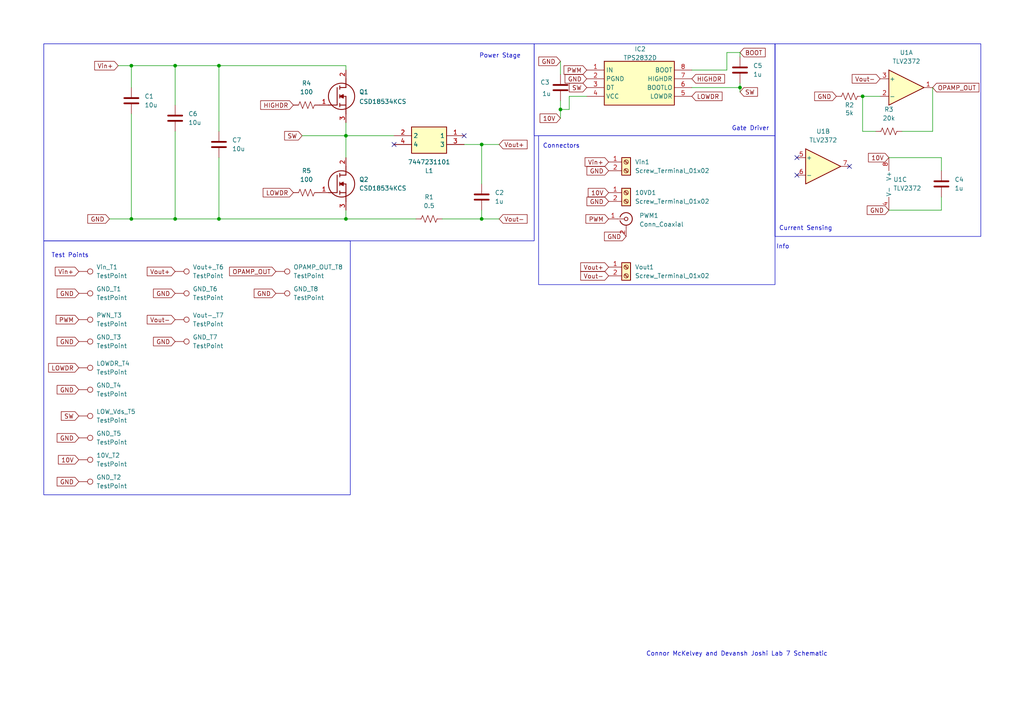
<source format=kicad_sch>
(kicad_sch
	(version 20250114)
	(generator "eeschema")
	(generator_version "9.0")
	(uuid "7d4e45f4-0f62-4fe4-954f-5357e0db562a")
	(paper "A4")
	(lib_symbols
		(symbol "Amplifier_Operational:TLV2372"
			(pin_names
				(offset 0.127)
			)
			(exclude_from_sim no)
			(in_bom yes)
			(on_board yes)
			(property "Reference" "U"
				(at 0 5.08 0)
				(effects
					(font
						(size 1.27 1.27)
					)
					(justify left)
				)
			)
			(property "Value" "TLV2372"
				(at 0 -5.08 0)
				(effects
					(font
						(size 1.27 1.27)
					)
					(justify left)
				)
			)
			(property "Footprint" ""
				(at 0 0 0)
				(effects
					(font
						(size 1.27 1.27)
					)
					(hide yes)
				)
			)
			(property "Datasheet" "http://www.ti.com/lit/ds/symlink/tlv2375.pdf"
				(at 0 0 0)
				(effects
					(font
						(size 1.27 1.27)
					)
					(hide yes)
				)
			)
			(property "Description" "Dual Rail-to-Rail Input/Output Operational Amplifier, DIP-8/SOIC-8/VSSOP-8"
				(at 0 0 0)
				(effects
					(font
						(size 1.27 1.27)
					)
					(hide yes)
				)
			)
			(property "ki_locked" ""
				(at 0 0 0)
				(effects
					(font
						(size 1.27 1.27)
					)
				)
			)
			(property "ki_keywords" "dual opamp"
				(at 0 0 0)
				(effects
					(font
						(size 1.27 1.27)
					)
					(hide yes)
				)
			)
			(property "ki_fp_filters" "SOIC*3.9x4.9mm*P1.27mm* DIP*W7.62mm* TO*99* OnSemi*Micro8* TSSOP*3x3mm*P0.65mm* TSSOP*4.4x3mm*P0.65mm* MSOP*3x3mm*P0.65mm* SSOP*3.9x4.9mm*P0.635mm* LFCSP*2x2mm*P0.5mm* *SIP* SOIC*5.3x6.2mm*P1.27mm*"
				(at 0 0 0)
				(effects
					(font
						(size 1.27 1.27)
					)
					(hide yes)
				)
			)
			(symbol "TLV2372_1_1"
				(polyline
					(pts
						(xy -5.08 5.08) (xy 5.08 0) (xy -5.08 -5.08) (xy -5.08 5.08)
					)
					(stroke
						(width 0.254)
						(type default)
					)
					(fill
						(type background)
					)
				)
				(pin input line
					(at -7.62 2.54 0)
					(length 2.54)
					(name "+"
						(effects
							(font
								(size 1.27 1.27)
							)
						)
					)
					(number "3"
						(effects
							(font
								(size 1.27 1.27)
							)
						)
					)
				)
				(pin input line
					(at -7.62 -2.54 0)
					(length 2.54)
					(name "-"
						(effects
							(font
								(size 1.27 1.27)
							)
						)
					)
					(number "2"
						(effects
							(font
								(size 1.27 1.27)
							)
						)
					)
				)
				(pin output line
					(at 7.62 0 180)
					(length 2.54)
					(name "~"
						(effects
							(font
								(size 1.27 1.27)
							)
						)
					)
					(number "1"
						(effects
							(font
								(size 1.27 1.27)
							)
						)
					)
				)
			)
			(symbol "TLV2372_2_1"
				(polyline
					(pts
						(xy -5.08 5.08) (xy 5.08 0) (xy -5.08 -5.08) (xy -5.08 5.08)
					)
					(stroke
						(width 0.254)
						(type default)
					)
					(fill
						(type background)
					)
				)
				(pin input line
					(at -7.62 2.54 0)
					(length 2.54)
					(name "+"
						(effects
							(font
								(size 1.27 1.27)
							)
						)
					)
					(number "5"
						(effects
							(font
								(size 1.27 1.27)
							)
						)
					)
				)
				(pin input line
					(at -7.62 -2.54 0)
					(length 2.54)
					(name "-"
						(effects
							(font
								(size 1.27 1.27)
							)
						)
					)
					(number "6"
						(effects
							(font
								(size 1.27 1.27)
							)
						)
					)
				)
				(pin output line
					(at 7.62 0 180)
					(length 2.54)
					(name "~"
						(effects
							(font
								(size 1.27 1.27)
							)
						)
					)
					(number "7"
						(effects
							(font
								(size 1.27 1.27)
							)
						)
					)
				)
			)
			(symbol "TLV2372_3_1"
				(pin power_in line
					(at -2.54 7.62 270)
					(length 3.81)
					(name "V+"
						(effects
							(font
								(size 1.27 1.27)
							)
						)
					)
					(number "8"
						(effects
							(font
								(size 1.27 1.27)
							)
						)
					)
				)
				(pin power_in line
					(at -2.54 -7.62 90)
					(length 3.81)
					(name "V-"
						(effects
							(font
								(size 1.27 1.27)
							)
						)
					)
					(number "4"
						(effects
							(font
								(size 1.27 1.27)
							)
						)
					)
				)
			)
			(embedded_fonts no)
		)
		(symbol "BuckParts:7447231101"
			(exclude_from_sim no)
			(in_bom yes)
			(on_board yes)
			(property "Reference" "L"
				(at 0 0 0)
				(effects
					(font
						(size 1.27 1.27)
					)
				)
			)
			(property "Value" "7447231101"
				(at 0 0 0)
				(effects
					(font
						(size 1.27 1.27)
					)
				)
			)
			(property "Footprint" "SamacSys_Parts:7447231101"
				(at 0 0 0)
				(effects
					(font
						(size 1.27 1.27)
					)
					(hide yes)
				)
			)
			(property "Datasheet" ""
				(at 0 0 0)
				(effects
					(font
						(size 1.27 1.27)
					)
					(hide yes)
				)
			)
			(property "Description" "WURTH ELEKTRONIK - 7447231101 - Inductor, Radial, WE-TIF Series, 100 H, 2.6 A, 3.1 A, 0.09 ohm, +/- 10%"
				(at 0 0 0)
				(effects
					(font
						(size 1.27 1.27)
					)
					(hide yes)
				)
			)
			(property "Reference_1" "L"
				(at 16.51 7.62 0)
				(effects
					(font
						(size 1.27 1.27)
					)
					(justify left top)
					(hide yes)
				)
			)
			(property "Value_1" "7447231101"
				(at 16.51 5.08 0)
				(effects
					(font
						(size 1.27 1.27)
					)
					(justify left top)
					(hide yes)
				)
			)
			(property "Footprint_1" "7447231101"
				(at 16.51 -94.92 0)
				(effects
					(font
						(size 1.27 1.27)
					)
					(justify left top)
					(hide yes)
				)
			)
			(property "Datasheet_1" "https://www.we-online.com/components/products/datasheet/7447231101.pdf"
				(at 16.51 -194.92 0)
				(effects
					(font
						(size 1.27 1.27)
					)
					(justify left top)
					(hide yes)
				)
			)
			(property "Height" "19"
				(at 16.51 -394.92 0)
				(effects
					(font
						(size 1.27 1.27)
					)
					(justify left top)
					(hide yes)
				)
			)
			(property "Manufacturer_Name" "Wurth Elektronik"
				(at 16.51 -494.92 0)
				(effects
					(font
						(size 1.27 1.27)
					)
					(justify left top)
					(hide yes)
				)
			)
			(property "Manufacturer_Part_Number" "7447231101"
				(at 16.51 -594.92 0)
				(effects
					(font
						(size 1.27 1.27)
					)
					(justify left top)
					(hide yes)
				)
			)
			(property "Mouser Part Number" ""
				(at 16.51 -694.92 0)
				(effects
					(font
						(size 1.27 1.27)
					)
					(justify left top)
					(hide yes)
				)
			)
			(property "Mouser Price/Stock" ""
				(at 16.51 -794.92 0)
				(effects
					(font
						(size 1.27 1.27)
					)
					(justify left top)
					(hide yes)
				)
			)
			(property "Arrow Part Number" ""
				(at 16.51 -894.92 0)
				(effects
					(font
						(size 1.27 1.27)
					)
					(justify left top)
					(hide yes)
				)
			)
			(property "Arrow Price/Stock" ""
				(at 16.51 -994.92 0)
				(effects
					(font
						(size 1.27 1.27)
					)
					(justify left top)
					(hide yes)
				)
			)
			(symbol "7447231101_1_1"
				(rectangle
					(start 5.08 2.54)
					(end 15.24 -5.08)
					(stroke
						(width 0.254)
						(type default)
					)
					(fill
						(type background)
					)
				)
				(pin passive line
					(at 0 0 0)
					(length 5.08)
					(name "3"
						(effects
							(font
								(size 1.27 1.27)
							)
						)
					)
					(number "3"
						(effects
							(font
								(size 1.27 1.27)
							)
						)
					)
				)
				(pin passive line
					(at 0 -2.54 0)
					(length 5.08)
					(name "1"
						(effects
							(font
								(size 1.27 1.27)
							)
						)
					)
					(number "1"
						(effects
							(font
								(size 1.27 1.27)
							)
						)
					)
				)
				(pin passive line
					(at 20.32 0 180)
					(length 5.08)
					(name "4"
						(effects
							(font
								(size 1.27 1.27)
							)
						)
					)
					(number "4"
						(effects
							(font
								(size 1.27 1.27)
							)
						)
					)
				)
				(pin passive line
					(at 20.32 -2.54 180)
					(length 5.08)
					(name "2"
						(effects
							(font
								(size 1.27 1.27)
							)
						)
					)
					(number "2"
						(effects
							(font
								(size 1.27 1.27)
							)
						)
					)
				)
			)
			(embedded_fonts no)
		)
		(symbol "BuckParts:CSD18534KCS"
			(pin_names
				(hide yes)
			)
			(exclude_from_sim no)
			(in_bom yes)
			(on_board yes)
			(property "Reference" "Q"
				(at 0 0 0)
				(effects
					(font
						(size 1.27 1.27)
					)
				)
			)
			(property "Value" "CSD18534KCS"
				(at 0 0 0)
				(effects
					(font
						(size 1.27 1.27)
					)
				)
			)
			(property "Footprint" "SamacSys_Parts:TO254P470X1016X2016-3P"
				(at 0 0 0)
				(effects
					(font
						(size 1.27 1.27)
					)
					(hide yes)
				)
			)
			(property "Datasheet" ""
				(at 0 0 0)
				(effects
					(font
						(size 1.27 1.27)
					)
					(hide yes)
				)
			)
			(property "Description" "60V, N ch NexFET MOSFET, single TO-220, 9.5mOhm"
				(at 0 0 0)
				(effects
					(font
						(size 1.27 1.27)
					)
					(hide yes)
				)
			)
			(property "Reference_1" "Q"
				(at 11.43 3.81 0)
				(effects
					(font
						(size 1.27 1.27)
					)
					(justify left top)
					(hide yes)
				)
			)
			(property "Value_1" "CSD18534KCS"
				(at 11.43 1.27 0)
				(effects
					(font
						(size 1.27 1.27)
					)
					(justify left top)
					(hide yes)
				)
			)
			(property "Footprint_1" "TO254P470X1016X2016-3P"
				(at 11.43 -98.73 0)
				(effects
					(font
						(size 1.27 1.27)
					)
					(justify left top)
					(hide yes)
				)
			)
			(property "Datasheet_1" "http://www.ti.com/lit/gpn/csd18534kcs"
				(at 11.43 -198.73 0)
				(effects
					(font
						(size 1.27 1.27)
					)
					(justify left top)
					(hide yes)
				)
			)
			(property "Height" "4.7"
				(at 11.43 -398.73 0)
				(effects
					(font
						(size 1.27 1.27)
					)
					(justify left top)
					(hide yes)
				)
			)
			(property "Manufacturer_Name" "Texas Instruments"
				(at 11.43 -498.73 0)
				(effects
					(font
						(size 1.27 1.27)
					)
					(justify left top)
					(hide yes)
				)
			)
			(property "Manufacturer_Part_Number" "CSD18534KCS"
				(at 11.43 -598.73 0)
				(effects
					(font
						(size 1.27 1.27)
					)
					(justify left top)
					(hide yes)
				)
			)
			(property "Mouser Part Number" "595-CSD18534KCS"
				(at 11.43 -698.73 0)
				(effects
					(font
						(size 1.27 1.27)
					)
					(justify left top)
					(hide yes)
				)
			)
			(property "Mouser Price/Stock" "https://www.mouser.co.uk/ProductDetail/Texas-Instruments/CSD18534KCS?qs=VMlqFFbv3sSW0HsheI%252B2WQ%3D%3D"
				(at 11.43 -798.73 0)
				(effects
					(font
						(size 1.27 1.27)
					)
					(justify left top)
					(hide yes)
				)
			)
			(property "Arrow Part Number" "CSD18534KCS"
				(at 11.43 -898.73 0)
				(effects
					(font
						(size 1.27 1.27)
					)
					(justify left top)
					(hide yes)
				)
			)
			(property "Arrow Price/Stock" "https://www.arrow.com/en/products/csd18534kcs/texas-instruments?region=nac"
				(at 11.43 -998.73 0)
				(effects
					(font
						(size 1.27 1.27)
					)
					(justify left top)
					(hide yes)
				)
			)
			(symbol "CSD18534KCS_1_1"
				(polyline
					(pts
						(xy 2.54 0) (xy 5.08 0)
					)
					(stroke
						(width 0.254)
						(type default)
					)
					(fill
						(type none)
					)
				)
				(polyline
					(pts
						(xy 5.08 5.08) (xy 5.08 0)
					)
					(stroke
						(width 0.254)
						(type default)
					)
					(fill
						(type none)
					)
				)
				(polyline
					(pts
						(xy 5.842 5.588) (xy 5.842 4.572)
					)
					(stroke
						(width 0.254)
						(type default)
					)
					(fill
						(type none)
					)
				)
				(polyline
					(pts
						(xy 5.842 2.54) (xy 6.858 3.048) (xy 6.858 2.032) (xy 5.842 2.54)
					)
					(stroke
						(width 0.254)
						(type default)
					)
					(fill
						(type outline)
					)
				)
				(polyline
					(pts
						(xy 5.842 2.032) (xy 5.842 3.048)
					)
					(stroke
						(width 0.254)
						(type default)
					)
					(fill
						(type none)
					)
				)
				(polyline
					(pts
						(xy 5.842 0) (xy 7.62 0)
					)
					(stroke
						(width 0.254)
						(type default)
					)
					(fill
						(type none)
					)
				)
				(polyline
					(pts
						(xy 5.842 -0.508) (xy 5.842 0.508)
					)
					(stroke
						(width 0.254)
						(type default)
					)
					(fill
						(type none)
					)
				)
				(circle
					(center 6.35 2.54)
					(radius 3.81)
					(stroke
						(width 0.254)
						(type default)
					)
					(fill
						(type none)
					)
				)
				(polyline
					(pts
						(xy 7.62 5.08) (xy 5.842 5.08)
					)
					(stroke
						(width 0.254)
						(type default)
					)
					(fill
						(type none)
					)
				)
				(polyline
					(pts
						(xy 7.62 5.08) (xy 7.62 7.62)
					)
					(stroke
						(width 0.254)
						(type default)
					)
					(fill
						(type none)
					)
				)
				(polyline
					(pts
						(xy 7.62 2.54) (xy 5.842 2.54)
					)
					(stroke
						(width 0.254)
						(type default)
					)
					(fill
						(type none)
					)
				)
				(polyline
					(pts
						(xy 7.62 2.54) (xy 7.62 -2.54)
					)
					(stroke
						(width 0.254)
						(type default)
					)
					(fill
						(type none)
					)
				)
				(pin passive line
					(at 0 0 0)
					(length 2.54)
					(name "G"
						(effects
							(font
								(size 1.27 1.27)
							)
						)
					)
					(number "1"
						(effects
							(font
								(size 1.27 1.27)
							)
						)
					)
				)
				(pin passive line
					(at 7.62 10.16 270)
					(length 2.54)
					(name "D"
						(effects
							(font
								(size 1.27 1.27)
							)
						)
					)
					(number "2"
						(effects
							(font
								(size 1.27 1.27)
							)
						)
					)
				)
				(pin passive line
					(at 7.62 -5.08 90)
					(length 2.54)
					(name "S"
						(effects
							(font
								(size 1.27 1.27)
							)
						)
					)
					(number "3"
						(effects
							(font
								(size 1.27 1.27)
							)
						)
					)
				)
			)
			(embedded_fonts no)
		)
		(symbol "BuckParts:TPS2832D"
			(exclude_from_sim no)
			(in_bom yes)
			(on_board yes)
			(property "Reference" "IC"
				(at 0 0 0)
				(effects
					(font
						(size 1.27 1.27)
					)
				)
			)
			(property "Value" "TPS2832D"
				(at 0 0 0)
				(effects
					(font
						(size 1.27 1.27)
					)
				)
			)
			(property "Footprint" "SamacSys_Parts:SOIC127P600X175-8N"
				(at 0 0 0)
				(effects
					(font
						(size 1.27 1.27)
					)
					(hide yes)
				)
			)
			(property "Datasheet" ""
				(at 0 0 0)
				(effects
					(font
						(size 1.27 1.27)
					)
					(hide yes)
				)
			)
			(property "Description" "Non-inverting Fast Synchronous Buck MOSFET Drivers"
				(at 0 0 0)
				(effects
					(font
						(size 1.27 1.27)
					)
					(hide yes)
				)
			)
			(property "Reference_1" "IC"
				(at 26.67 7.62 0)
				(effects
					(font
						(size 1.27 1.27)
					)
					(justify left top)
					(hide yes)
				)
			)
			(property "Value_1" "TPS2832D"
				(at 26.67 5.08 0)
				(effects
					(font
						(size 1.27 1.27)
					)
					(justify left top)
					(hide yes)
				)
			)
			(property "Footprint_1" "SOIC127P600X175-8N"
				(at 26.67 -94.92 0)
				(effects
					(font
						(size 1.27 1.27)
					)
					(justify left top)
					(hide yes)
				)
			)
			(property "Datasheet_1" "http://www.ti.com/lit/gpn/tps2832"
				(at 26.67 -194.92 0)
				(effects
					(font
						(size 1.27 1.27)
					)
					(justify left top)
					(hide yes)
				)
			)
			(property "Height" "1.75"
				(at 26.67 -394.92 0)
				(effects
					(font
						(size 1.27 1.27)
					)
					(justify left top)
					(hide yes)
				)
			)
			(property "Manufacturer_Name" "Texas Instruments"
				(at 26.67 -494.92 0)
				(effects
					(font
						(size 1.27 1.27)
					)
					(justify left top)
					(hide yes)
				)
			)
			(property "Manufacturer_Part_Number" "TPS2832D"
				(at 26.67 -594.92 0)
				(effects
					(font
						(size 1.27 1.27)
					)
					(justify left top)
					(hide yes)
				)
			)
			(property "Mouser Part Number" "595-TPS2832D"
				(at 26.67 -694.92 0)
				(effects
					(font
						(size 1.27 1.27)
					)
					(justify left top)
					(hide yes)
				)
			)
			(property "Mouser Price/Stock" "https://www.mouser.com/Search/Refine.aspx?Keyword=595-TPS2832D"
				(at 26.67 -794.92 0)
				(effects
					(font
						(size 1.27 1.27)
					)
					(justify left top)
					(hide yes)
				)
			)
			(property "Arrow Part Number" ""
				(at 26.67 -894.92 0)
				(effects
					(font
						(size 1.27 1.27)
					)
					(justify left top)
					(hide yes)
				)
			)
			(property "Arrow Price/Stock" ""
				(at 26.67 -994.92 0)
				(effects
					(font
						(size 1.27 1.27)
					)
					(justify left top)
					(hide yes)
				)
			)
			(symbol "TPS2832D_1_1"
				(rectangle
					(start 5.08 2.54)
					(end 25.4 -10.16)
					(stroke
						(width 0.254)
						(type default)
					)
					(fill
						(type background)
					)
				)
				(pin passive line
					(at 0 0 0)
					(length 5.08)
					(name "IN"
						(effects
							(font
								(size 1.27 1.27)
							)
						)
					)
					(number "1"
						(effects
							(font
								(size 1.27 1.27)
							)
						)
					)
				)
				(pin passive line
					(at 0 -2.54 0)
					(length 5.08)
					(name "PGND"
						(effects
							(font
								(size 1.27 1.27)
							)
						)
					)
					(number "2"
						(effects
							(font
								(size 1.27 1.27)
							)
						)
					)
				)
				(pin passive line
					(at 0 -5.08 0)
					(length 5.08)
					(name "DT"
						(effects
							(font
								(size 1.27 1.27)
							)
						)
					)
					(number "3"
						(effects
							(font
								(size 1.27 1.27)
							)
						)
					)
				)
				(pin passive line
					(at 0 -7.62 0)
					(length 5.08)
					(name "VCC"
						(effects
							(font
								(size 1.27 1.27)
							)
						)
					)
					(number "4"
						(effects
							(font
								(size 1.27 1.27)
							)
						)
					)
				)
				(pin passive line
					(at 30.48 0 180)
					(length 5.08)
					(name "BOOT"
						(effects
							(font
								(size 1.27 1.27)
							)
						)
					)
					(number "8"
						(effects
							(font
								(size 1.27 1.27)
							)
						)
					)
				)
				(pin passive line
					(at 30.48 -2.54 180)
					(length 5.08)
					(name "HIGHDR"
						(effects
							(font
								(size 1.27 1.27)
							)
						)
					)
					(number "7"
						(effects
							(font
								(size 1.27 1.27)
							)
						)
					)
				)
				(pin passive line
					(at 30.48 -5.08 180)
					(length 5.08)
					(name "BOOTLO"
						(effects
							(font
								(size 1.27 1.27)
							)
						)
					)
					(number "6"
						(effects
							(font
								(size 1.27 1.27)
							)
						)
					)
				)
				(pin passive line
					(at 30.48 -7.62 180)
					(length 5.08)
					(name "LOWDR"
						(effects
							(font
								(size 1.27 1.27)
							)
						)
					)
					(number "5"
						(effects
							(font
								(size 1.27 1.27)
							)
						)
					)
				)
			)
			(embedded_fonts no)
		)
		(symbol "Connector:Conn_Coaxial"
			(pin_names
				(offset 1.016)
				(hide yes)
			)
			(exclude_from_sim no)
			(in_bom yes)
			(on_board yes)
			(property "Reference" "J"
				(at 0.254 3.048 0)
				(effects
					(font
						(size 1.27 1.27)
					)
				)
			)
			(property "Value" "Conn_Coaxial"
				(at 2.921 0 90)
				(effects
					(font
						(size 1.27 1.27)
					)
				)
			)
			(property "Footprint" ""
				(at 0 0 0)
				(effects
					(font
						(size 1.27 1.27)
					)
					(hide yes)
				)
			)
			(property "Datasheet" "~"
				(at 0 0 0)
				(effects
					(font
						(size 1.27 1.27)
					)
					(hide yes)
				)
			)
			(property "Description" "coaxial connector (BNC, SMA, SMB, SMC, Cinch/RCA, LEMO, ...)"
				(at 0 0 0)
				(effects
					(font
						(size 1.27 1.27)
					)
					(hide yes)
				)
			)
			(property "ki_keywords" "BNC SMA SMB SMC LEMO coaxial connector CINCH RCA MCX MMCX U.FL UMRF"
				(at 0 0 0)
				(effects
					(font
						(size 1.27 1.27)
					)
					(hide yes)
				)
			)
			(property "ki_fp_filters" "*BNC* *SMA* *SMB* *SMC* *Cinch* *LEMO* *UMRF* *MCX* *U.FL*"
				(at 0 0 0)
				(effects
					(font
						(size 1.27 1.27)
					)
					(hide yes)
				)
			)
			(symbol "Conn_Coaxial_0_1"
				(polyline
					(pts
						(xy -2.54 0) (xy -0.508 0)
					)
					(stroke
						(width 0)
						(type default)
					)
					(fill
						(type none)
					)
				)
				(arc
					(start 1.778 0)
					(mid 0.222 -1.8079)
					(end -1.778 -0.508)
					(stroke
						(width 0.254)
						(type default)
					)
					(fill
						(type none)
					)
				)
				(arc
					(start -1.778 0.508)
					(mid 0.2221 1.8084)
					(end 1.778 0)
					(stroke
						(width 0.254)
						(type default)
					)
					(fill
						(type none)
					)
				)
				(circle
					(center 0 0)
					(radius 0.508)
					(stroke
						(width 0.2032)
						(type default)
					)
					(fill
						(type none)
					)
				)
				(polyline
					(pts
						(xy 0 -2.54) (xy 0 -1.778)
					)
					(stroke
						(width 0)
						(type default)
					)
					(fill
						(type none)
					)
				)
			)
			(symbol "Conn_Coaxial_1_1"
				(pin passive line
					(at -5.08 0 0)
					(length 2.54)
					(name "In"
						(effects
							(font
								(size 1.27 1.27)
							)
						)
					)
					(number "1"
						(effects
							(font
								(size 1.27 1.27)
							)
						)
					)
				)
				(pin passive line
					(at 0 -5.08 90)
					(length 2.54)
					(name "Ext"
						(effects
							(font
								(size 1.27 1.27)
							)
						)
					)
					(number "2"
						(effects
							(font
								(size 1.27 1.27)
							)
						)
					)
				)
			)
			(embedded_fonts no)
		)
		(symbol "Connector:Screw_Terminal_01x02"
			(pin_names
				(offset 1.016)
				(hide yes)
			)
			(exclude_from_sim no)
			(in_bom yes)
			(on_board yes)
			(property "Reference" "J"
				(at 0 2.54 0)
				(effects
					(font
						(size 1.27 1.27)
					)
				)
			)
			(property "Value" "Screw_Terminal_01x02"
				(at 0 -5.08 0)
				(effects
					(font
						(size 1.27 1.27)
					)
				)
			)
			(property "Footprint" ""
				(at 0 0 0)
				(effects
					(font
						(size 1.27 1.27)
					)
					(hide yes)
				)
			)
			(property "Datasheet" "~"
				(at 0 0 0)
				(effects
					(font
						(size 1.27 1.27)
					)
					(hide yes)
				)
			)
			(property "Description" "Generic screw terminal, single row, 01x02, script generated (kicad-library-utils/schlib/autogen/connector/)"
				(at 0 0 0)
				(effects
					(font
						(size 1.27 1.27)
					)
					(hide yes)
				)
			)
			(property "ki_keywords" "screw terminal"
				(at 0 0 0)
				(effects
					(font
						(size 1.27 1.27)
					)
					(hide yes)
				)
			)
			(property "ki_fp_filters" "TerminalBlock*:*"
				(at 0 0 0)
				(effects
					(font
						(size 1.27 1.27)
					)
					(hide yes)
				)
			)
			(symbol "Screw_Terminal_01x02_1_1"
				(rectangle
					(start -1.27 1.27)
					(end 1.27 -3.81)
					(stroke
						(width 0.254)
						(type default)
					)
					(fill
						(type background)
					)
				)
				(polyline
					(pts
						(xy -0.5334 0.3302) (xy 0.3302 -0.508)
					)
					(stroke
						(width 0.1524)
						(type default)
					)
					(fill
						(type none)
					)
				)
				(polyline
					(pts
						(xy -0.5334 -2.2098) (xy 0.3302 -3.048)
					)
					(stroke
						(width 0.1524)
						(type default)
					)
					(fill
						(type none)
					)
				)
				(polyline
					(pts
						(xy -0.3556 0.508) (xy 0.508 -0.3302)
					)
					(stroke
						(width 0.1524)
						(type default)
					)
					(fill
						(type none)
					)
				)
				(polyline
					(pts
						(xy -0.3556 -2.032) (xy 0.508 -2.8702)
					)
					(stroke
						(width 0.1524)
						(type default)
					)
					(fill
						(type none)
					)
				)
				(circle
					(center 0 0)
					(radius 0.635)
					(stroke
						(width 0.1524)
						(type default)
					)
					(fill
						(type none)
					)
				)
				(circle
					(center 0 -2.54)
					(radius 0.635)
					(stroke
						(width 0.1524)
						(type default)
					)
					(fill
						(type none)
					)
				)
				(pin passive line
					(at -5.08 0 0)
					(length 3.81)
					(name "Pin_1"
						(effects
							(font
								(size 1.27 1.27)
							)
						)
					)
					(number "1"
						(effects
							(font
								(size 1.27 1.27)
							)
						)
					)
				)
				(pin passive line
					(at -5.08 -2.54 0)
					(length 3.81)
					(name "Pin_2"
						(effects
							(font
								(size 1.27 1.27)
							)
						)
					)
					(number "2"
						(effects
							(font
								(size 1.27 1.27)
							)
						)
					)
				)
			)
			(embedded_fonts no)
		)
		(symbol "Connector:TestPoint"
			(pin_numbers
				(hide yes)
			)
			(pin_names
				(offset 0.762)
				(hide yes)
			)
			(exclude_from_sim no)
			(in_bom yes)
			(on_board yes)
			(property "Reference" "TP"
				(at 0 6.858 0)
				(effects
					(font
						(size 1.27 1.27)
					)
				)
			)
			(property "Value" "TestPoint"
				(at 0 5.08 0)
				(effects
					(font
						(size 1.27 1.27)
					)
				)
			)
			(property "Footprint" ""
				(at 5.08 0 0)
				(effects
					(font
						(size 1.27 1.27)
					)
					(hide yes)
				)
			)
			(property "Datasheet" "~"
				(at 5.08 0 0)
				(effects
					(font
						(size 1.27 1.27)
					)
					(hide yes)
				)
			)
			(property "Description" "test point"
				(at 0 0 0)
				(effects
					(font
						(size 1.27 1.27)
					)
					(hide yes)
				)
			)
			(property "ki_keywords" "test point tp"
				(at 0 0 0)
				(effects
					(font
						(size 1.27 1.27)
					)
					(hide yes)
				)
			)
			(property "ki_fp_filters" "Pin* Test*"
				(at 0 0 0)
				(effects
					(font
						(size 1.27 1.27)
					)
					(hide yes)
				)
			)
			(symbol "TestPoint_0_1"
				(circle
					(center 0 3.302)
					(radius 0.762)
					(stroke
						(width 0)
						(type default)
					)
					(fill
						(type none)
					)
				)
			)
			(symbol "TestPoint_1_1"
				(pin passive line
					(at 0 0 90)
					(length 2.54)
					(name "1"
						(effects
							(font
								(size 1.27 1.27)
							)
						)
					)
					(number "1"
						(effects
							(font
								(size 1.27 1.27)
							)
						)
					)
				)
			)
			(embedded_fonts no)
		)
		(symbol "Device:C"
			(pin_numbers
				(hide yes)
			)
			(pin_names
				(offset 0.254)
			)
			(exclude_from_sim no)
			(in_bom yes)
			(on_board yes)
			(property "Reference" "C"
				(at 0.635 2.54 0)
				(effects
					(font
						(size 1.27 1.27)
					)
					(justify left)
				)
			)
			(property "Value" "C"
				(at 0.635 -2.54 0)
				(effects
					(font
						(size 1.27 1.27)
					)
					(justify left)
				)
			)
			(property "Footprint" ""
				(at 0.9652 -3.81 0)
				(effects
					(font
						(size 1.27 1.27)
					)
					(hide yes)
				)
			)
			(property "Datasheet" "~"
				(at 0 0 0)
				(effects
					(font
						(size 1.27 1.27)
					)
					(hide yes)
				)
			)
			(property "Description" "Unpolarized capacitor"
				(at 0 0 0)
				(effects
					(font
						(size 1.27 1.27)
					)
					(hide yes)
				)
			)
			(property "ki_keywords" "cap capacitor"
				(at 0 0 0)
				(effects
					(font
						(size 1.27 1.27)
					)
					(hide yes)
				)
			)
			(property "ki_fp_filters" "C_*"
				(at 0 0 0)
				(effects
					(font
						(size 1.27 1.27)
					)
					(hide yes)
				)
			)
			(symbol "C_0_1"
				(polyline
					(pts
						(xy -2.032 0.762) (xy 2.032 0.762)
					)
					(stroke
						(width 0.508)
						(type default)
					)
					(fill
						(type none)
					)
				)
				(polyline
					(pts
						(xy -2.032 -0.762) (xy 2.032 -0.762)
					)
					(stroke
						(width 0.508)
						(type default)
					)
					(fill
						(type none)
					)
				)
			)
			(symbol "C_1_1"
				(pin passive line
					(at 0 3.81 270)
					(length 2.794)
					(name "~"
						(effects
							(font
								(size 1.27 1.27)
							)
						)
					)
					(number "1"
						(effects
							(font
								(size 1.27 1.27)
							)
						)
					)
				)
				(pin passive line
					(at 0 -3.81 90)
					(length 2.794)
					(name "~"
						(effects
							(font
								(size 1.27 1.27)
							)
						)
					)
					(number "2"
						(effects
							(font
								(size 1.27 1.27)
							)
						)
					)
				)
			)
			(embedded_fonts no)
		)
		(symbol "Device:R_US"
			(pin_numbers
				(hide yes)
			)
			(pin_names
				(offset 0)
			)
			(exclude_from_sim no)
			(in_bom yes)
			(on_board yes)
			(property "Reference" "R"
				(at 2.54 0 90)
				(effects
					(font
						(size 1.27 1.27)
					)
				)
			)
			(property "Value" "R_US"
				(at -2.54 0 90)
				(effects
					(font
						(size 1.27 1.27)
					)
				)
			)
			(property "Footprint" ""
				(at 1.016 -0.254 90)
				(effects
					(font
						(size 1.27 1.27)
					)
					(hide yes)
				)
			)
			(property "Datasheet" "~"
				(at 0 0 0)
				(effects
					(font
						(size 1.27 1.27)
					)
					(hide yes)
				)
			)
			(property "Description" "Resistor, US symbol"
				(at 0 0 0)
				(effects
					(font
						(size 1.27 1.27)
					)
					(hide yes)
				)
			)
			(property "ki_keywords" "R res resistor"
				(at 0 0 0)
				(effects
					(font
						(size 1.27 1.27)
					)
					(hide yes)
				)
			)
			(property "ki_fp_filters" "R_*"
				(at 0 0 0)
				(effects
					(font
						(size 1.27 1.27)
					)
					(hide yes)
				)
			)
			(symbol "R_US_0_1"
				(polyline
					(pts
						(xy 0 2.286) (xy 0 2.54)
					)
					(stroke
						(width 0)
						(type default)
					)
					(fill
						(type none)
					)
				)
				(polyline
					(pts
						(xy 0 2.286) (xy 1.016 1.905) (xy 0 1.524) (xy -1.016 1.143) (xy 0 0.762)
					)
					(stroke
						(width 0)
						(type default)
					)
					(fill
						(type none)
					)
				)
				(polyline
					(pts
						(xy 0 0.762) (xy 1.016 0.381) (xy 0 0) (xy -1.016 -0.381) (xy 0 -0.762)
					)
					(stroke
						(width 0)
						(type default)
					)
					(fill
						(type none)
					)
				)
				(polyline
					(pts
						(xy 0 -0.762) (xy 1.016 -1.143) (xy 0 -1.524) (xy -1.016 -1.905) (xy 0 -2.286)
					)
					(stroke
						(width 0)
						(type default)
					)
					(fill
						(type none)
					)
				)
				(polyline
					(pts
						(xy 0 -2.286) (xy 0 -2.54)
					)
					(stroke
						(width 0)
						(type default)
					)
					(fill
						(type none)
					)
				)
			)
			(symbol "R_US_1_1"
				(pin passive line
					(at 0 3.81 270)
					(length 1.27)
					(name "~"
						(effects
							(font
								(size 1.27 1.27)
							)
						)
					)
					(number "1"
						(effects
							(font
								(size 1.27 1.27)
							)
						)
					)
				)
				(pin passive line
					(at 0 -3.81 90)
					(length 1.27)
					(name "~"
						(effects
							(font
								(size 1.27 1.27)
							)
						)
					)
					(number "2"
						(effects
							(font
								(size 1.27 1.27)
							)
						)
					)
				)
			)
			(embedded_fonts no)
		)
	)
	(rectangle
		(start 156.21 39.37)
		(end 224.79 82.55)
		(stroke
			(width 0)
			(type default)
		)
		(fill
			(type none)
		)
		(uuid 00a83485-7599-44a3-a6e0-8a0d0e3ea623)
	)
	(rectangle
		(start 12.7 12.7)
		(end 154.94 69.85)
		(stroke
			(width 0)
			(type default)
		)
		(fill
			(type none)
		)
		(uuid 08224608-599b-4e89-bc43-62a3039af903)
	)
	(rectangle
		(start 154.94 12.7)
		(end 224.79 39.37)
		(stroke
			(width 0)
			(type default)
		)
		(fill
			(type none)
		)
		(uuid b50cef7c-831a-4005-aeb6-cde2b9f42042)
	)
	(rectangle
		(start 12.7 69.85)
		(end 101.6 143.51)
		(stroke
			(width 0)
			(type default)
		)
		(fill
			(type none)
		)
		(uuid b7b42f03-8051-4a27-9efc-b195bb1ec2ed)
	)
	(rectangle
		(start 224.79 12.7)
		(end 284.48 68.58)
		(stroke
			(width 0)
			(type default)
		)
		(fill
			(type none)
		)
		(uuid be7ecfda-f4e3-4671-b8cf-154ad6daa351)
	)
	(text "                Connor McKelvey and Devansh Joshi Lab 7 Schematic"
		(exclude_from_sim no)
		(at 205.994 189.738 0)
		(effects
			(font
				(size 1.27 1.27)
			)
		)
		(uuid "05d33b2b-18a2-45b6-a0da-b377d2eac03e")
	)
	(text "Power Stage\n"
		(exclude_from_sim no)
		(at 145.034 16.256 0)
		(effects
			(font
				(size 1.27 1.27)
			)
		)
		(uuid "3a3112d9-1325-4cc7-84f6-b82bc1a1bbcc")
	)
	(text "Connectors\n"
		(exclude_from_sim no)
		(at 162.814 42.418 0)
		(effects
			(font
				(size 1.27 1.27)
			)
		)
		(uuid "3c0b0fa6-04ac-461c-b5b1-4cc19969b955")
	)
	(text "Info\n"
		(exclude_from_sim no)
		(at 227.076 71.628 0)
		(effects
			(font
				(size 1.27 1.27)
			)
		)
		(uuid "5ced7ebc-cf42-4bee-adcb-d19f1e3103ab")
	)
	(text "Current Sensing\n"
		(exclude_from_sim no)
		(at 233.68 66.294 0)
		(effects
			(font
				(size 1.27 1.27)
			)
		)
		(uuid "607ca27a-45ca-4909-8963-204e252cb40c")
	)
	(text "Gate Driver\n"
		(exclude_from_sim no)
		(at 217.678 37.338 0)
		(effects
			(font
				(size 1.27 1.27)
			)
		)
		(uuid "bf440d2f-aef1-4e21-b529-a90dac3992e8")
	)
	(text "Test Points\n"
		(exclude_from_sim no)
		(at 20.32 74.168 0)
		(effects
			(font
				(size 1.27 1.27)
			)
		)
		(uuid "c479d737-a3b1-4dcc-a70f-fef8bd0ae944")
	)
	(junction
		(at 250.19 27.94)
		(diameter 0)
		(color 0 0 0 0)
		(uuid "04016ec7-494a-440e-8dcc-46d7d52bc007")
	)
	(junction
		(at 50.8 63.5)
		(diameter 0)
		(color 0 0 0 0)
		(uuid "0ab9e047-c39d-473e-b9f6-050e31406d8e")
	)
	(junction
		(at 100.33 39.37)
		(diameter 0)
		(color 0 0 0 0)
		(uuid "15c7ae01-1b77-4abb-bda1-432a87388b0e")
	)
	(junction
		(at 50.8 19.05)
		(diameter 0)
		(color 0 0 0 0)
		(uuid "408d1a12-41af-43c6-8c87-322d9da46f99")
	)
	(junction
		(at 139.7 41.91)
		(diameter 0)
		(color 0 0 0 0)
		(uuid "4b4b4b7a-7478-46b2-87ea-cf187fe49a78")
	)
	(junction
		(at 38.1 19.05)
		(diameter 0)
		(color 0 0 0 0)
		(uuid "8d99b076-91f4-4e80-932f-14d0c85826bc")
	)
	(junction
		(at 162.56 31.75)
		(diameter 0)
		(color 0 0 0 0)
		(uuid "909fb7cd-d5f4-4406-8ba2-66881e1d8aea")
	)
	(junction
		(at 100.33 63.5)
		(diameter 0)
		(color 0 0 0 0)
		(uuid "9be0cb84-9044-4d60-addc-f924ac7138b1")
	)
	(junction
		(at 63.5 19.05)
		(diameter 0)
		(color 0 0 0 0)
		(uuid "a195428a-15c8-4d4b-988e-1ba512fbd0ec")
	)
	(junction
		(at 139.7 63.5)
		(diameter 0)
		(color 0 0 0 0)
		(uuid "a325655d-3121-4397-9c2a-2d2d599c3123")
	)
	(junction
		(at 38.1 63.5)
		(diameter 0)
		(color 0 0 0 0)
		(uuid "b93b15f1-c6ca-45e3-8cf7-1198525ef0ad")
	)
	(junction
		(at 63.5 63.5)
		(diameter 0)
		(color 0 0 0 0)
		(uuid "d7b9e531-a963-4305-85bc-fd1e9274d9bc")
	)
	(junction
		(at 214.63 25.4)
		(diameter 0)
		(color 0 0 0 0)
		(uuid "e32e9a3e-115c-4675-8d9c-752ce055e5f5")
	)
	(no_connect
		(at 134.62 39.37)
		(uuid "1fccc2d1-8328-4db5-a5be-cc53bfbfc3c2")
	)
	(no_connect
		(at 231.14 50.8)
		(uuid "6b98b3cc-b754-4d88-97ef-7585c294edf6")
	)
	(no_connect
		(at 246.38 48.26)
		(uuid "94682af2-bef2-415d-a893-d4341c19fa0e")
	)
	(no_connect
		(at 114.3 41.91)
		(uuid "c5bcc2bb-a3d2-4c27-844e-459efcfb378e")
	)
	(no_connect
		(at 231.14 45.72)
		(uuid "fa55e173-b8f8-4db6-b18c-5694dfcfd2f7")
	)
	(wire
		(pts
			(xy 254 38.1) (xy 250.19 38.1)
		)
		(stroke
			(width 0)
			(type default)
		)
		(uuid "03a78ff4-6a8c-4706-ab79-06e07afd84cc")
	)
	(wire
		(pts
			(xy 162.56 17.78) (xy 162.56 21.59)
		)
		(stroke
			(width 0)
			(type default)
		)
		(uuid "07b3f293-b985-45be-aef2-b3fb383c6f34")
	)
	(wire
		(pts
			(xy 100.33 39.37) (xy 114.3 39.37)
		)
		(stroke
			(width 0)
			(type default)
		)
		(uuid "09079f4a-9a97-4350-b214-a3f9cda1a504")
	)
	(wire
		(pts
			(xy 38.1 19.05) (xy 38.1 25.4)
		)
		(stroke
			(width 0)
			(type default)
		)
		(uuid "0d852f81-e0dd-49d7-b2dc-c8c76ad55897")
	)
	(wire
		(pts
			(xy 50.8 38.1) (xy 50.8 63.5)
		)
		(stroke
			(width 0)
			(type default)
		)
		(uuid "0e23d95b-a886-4deb-a3e4-cd95e9e9c7b6")
	)
	(wire
		(pts
			(xy 210.82 20.32) (xy 210.82 15.24)
		)
		(stroke
			(width 0)
			(type default)
		)
		(uuid "1d0ef9db-46f3-4648-8af1-6c598f753021")
	)
	(wire
		(pts
			(xy 162.56 31.75) (xy 162.56 34.29)
		)
		(stroke
			(width 0)
			(type default)
		)
		(uuid "1ebc9ef0-4bb0-472b-b3a9-44fccd392236")
	)
	(wire
		(pts
			(xy 273.05 57.15) (xy 273.05 60.96)
		)
		(stroke
			(width 0)
			(type default)
		)
		(uuid "21fd3498-41d5-41a4-af81-d3b479557cd5")
	)
	(wire
		(pts
			(xy 257.81 45.72) (xy 273.05 45.72)
		)
		(stroke
			(width 0)
			(type default)
		)
		(uuid "2b00d187-e976-4153-9e87-5f1ea77f5119")
	)
	(wire
		(pts
			(xy 100.33 35.56) (xy 100.33 39.37)
		)
		(stroke
			(width 0)
			(type default)
		)
		(uuid "2c0bf21c-0c56-48f4-b4ea-37c2b210e1ac")
	)
	(wire
		(pts
			(xy 134.62 41.91) (xy 139.7 41.91)
		)
		(stroke
			(width 0)
			(type default)
		)
		(uuid "31259068-a26e-4fd4-9319-ae749e65e554")
	)
	(wire
		(pts
			(xy 165.1 27.94) (xy 165.1 31.75)
		)
		(stroke
			(width 0)
			(type default)
		)
		(uuid "317dcf57-dc30-4f48-8bea-b04f9652be2b")
	)
	(wire
		(pts
			(xy 170.18 27.94) (xy 165.1 27.94)
		)
		(stroke
			(width 0)
			(type default)
		)
		(uuid "34569aa8-14ba-4318-843b-38a876871fee")
	)
	(wire
		(pts
			(xy 250.19 38.1) (xy 250.19 27.94)
		)
		(stroke
			(width 0)
			(type default)
		)
		(uuid "36b3b3b6-3b74-42e2-839c-05de88d53025")
	)
	(wire
		(pts
			(xy 139.7 63.5) (xy 144.78 63.5)
		)
		(stroke
			(width 0)
			(type default)
		)
		(uuid "3a22e78b-eb9f-4585-9967-841d7804456f")
	)
	(wire
		(pts
			(xy 273.05 60.96) (xy 257.81 60.96)
		)
		(stroke
			(width 0)
			(type default)
		)
		(uuid "3b7f1282-723e-44e6-9475-9c4055523a64")
	)
	(wire
		(pts
			(xy 214.63 15.24) (xy 214.63 16.51)
		)
		(stroke
			(width 0)
			(type default)
		)
		(uuid "3d2dac24-2aea-41e4-8677-cb4c9c9066fe")
	)
	(wire
		(pts
			(xy 100.33 60.96) (xy 100.33 63.5)
		)
		(stroke
			(width 0)
			(type default)
		)
		(uuid "3f46500f-48b9-466a-899e-fabe8c133d90")
	)
	(wire
		(pts
			(xy 270.51 25.4) (xy 270.51 38.1)
		)
		(stroke
			(width 0)
			(type default)
		)
		(uuid "3f5658ce-2bf2-48f4-be3b-3b00dbc315d3")
	)
	(wire
		(pts
			(xy 250.19 27.94) (xy 255.27 27.94)
		)
		(stroke
			(width 0)
			(type default)
		)
		(uuid "40cf19a1-871d-4f85-bd3a-02397ea92770")
	)
	(wire
		(pts
			(xy 214.63 24.13) (xy 214.63 25.4)
		)
		(stroke
			(width 0)
			(type default)
		)
		(uuid "438d3875-a84a-493f-b1fd-9c1c1801fc90")
	)
	(wire
		(pts
			(xy 100.33 20.32) (xy 100.33 19.05)
		)
		(stroke
			(width 0)
			(type default)
		)
		(uuid "4a6b1c5b-fd8e-4cd4-b25d-f8d1b5eaf93e")
	)
	(wire
		(pts
			(xy 63.5 63.5) (xy 100.33 63.5)
		)
		(stroke
			(width 0)
			(type default)
		)
		(uuid "4eb1a0b1-9fc1-4629-aa07-a5c39347e0ca")
	)
	(wire
		(pts
			(xy 261.62 38.1) (xy 270.51 38.1)
		)
		(stroke
			(width 0)
			(type default)
		)
		(uuid "4f42ba2c-9103-4b82-ac15-05b15fc1af44")
	)
	(wire
		(pts
			(xy 38.1 19.05) (xy 50.8 19.05)
		)
		(stroke
			(width 0)
			(type default)
		)
		(uuid "52031b8a-b8a8-4779-aaf0-e6573786b2b3")
	)
	(wire
		(pts
			(xy 34.29 19.05) (xy 38.1 19.05)
		)
		(stroke
			(width 0)
			(type default)
		)
		(uuid "587417df-1043-4f46-a7f9-1020c79be77a")
	)
	(wire
		(pts
			(xy 31.75 63.5) (xy 38.1 63.5)
		)
		(stroke
			(width 0)
			(type default)
		)
		(uuid "72fa4721-41cd-4cea-9c5d-f656d6b63901")
	)
	(wire
		(pts
			(xy 162.56 29.21) (xy 162.56 31.75)
		)
		(stroke
			(width 0)
			(type default)
		)
		(uuid "778c5378-374a-4e08-8872-3d86cbfc1ded")
	)
	(wire
		(pts
			(xy 38.1 63.5) (xy 50.8 63.5)
		)
		(stroke
			(width 0)
			(type default)
		)
		(uuid "7b9dfbde-3ea9-48d2-99f4-47f9e4fbff5d")
	)
	(wire
		(pts
			(xy 139.7 60.96) (xy 139.7 63.5)
		)
		(stroke
			(width 0)
			(type default)
		)
		(uuid "82bb906a-4d19-424e-84f6-faa2772bad19")
	)
	(wire
		(pts
			(xy 214.63 25.4) (xy 214.63 26.67)
		)
		(stroke
			(width 0)
			(type default)
		)
		(uuid "88397b05-c6f1-4b76-87ff-6a17ef1ba6cc")
	)
	(wire
		(pts
			(xy 139.7 41.91) (xy 144.78 41.91)
		)
		(stroke
			(width 0)
			(type default)
		)
		(uuid "94164b64-797e-4032-8340-635aff69c92a")
	)
	(wire
		(pts
			(xy 50.8 19.05) (xy 63.5 19.05)
		)
		(stroke
			(width 0)
			(type default)
		)
		(uuid "9a2b3f7b-a947-4da4-b3f4-c56233a3e2a3")
	)
	(wire
		(pts
			(xy 120.65 63.5) (xy 100.33 63.5)
		)
		(stroke
			(width 0)
			(type default)
		)
		(uuid "a40eccb4-1b0b-476b-bc53-e74f80187e2c")
	)
	(wire
		(pts
			(xy 200.66 20.32) (xy 210.82 20.32)
		)
		(stroke
			(width 0)
			(type default)
		)
		(uuid "a638150d-baa9-4642-968a-147c2e6111c3")
	)
	(wire
		(pts
			(xy 38.1 63.5) (xy 38.1 33.02)
		)
		(stroke
			(width 0)
			(type default)
		)
		(uuid "a64b1b79-48c9-4c56-a9a2-f9a4758e12c0")
	)
	(wire
		(pts
			(xy 63.5 45.72) (xy 63.5 63.5)
		)
		(stroke
			(width 0)
			(type default)
		)
		(uuid "a7c865a1-0699-419d-b11d-86742c149e37")
	)
	(wire
		(pts
			(xy 50.8 63.5) (xy 63.5 63.5)
		)
		(stroke
			(width 0)
			(type default)
		)
		(uuid "b7109c57-97ad-4eaa-8702-c416af07736a")
	)
	(wire
		(pts
			(xy 50.8 19.05) (xy 50.8 30.48)
		)
		(stroke
			(width 0)
			(type default)
		)
		(uuid "b872bc0a-3db0-4371-ade4-b5f78326fa42")
	)
	(wire
		(pts
			(xy 139.7 41.91) (xy 139.7 53.34)
		)
		(stroke
			(width 0)
			(type default)
		)
		(uuid "bd8fc718-c672-4bd3-b5ab-cd2106f6aeb0")
	)
	(wire
		(pts
			(xy 87.63 39.37) (xy 100.33 39.37)
		)
		(stroke
			(width 0)
			(type default)
		)
		(uuid "c5f1b159-a05f-4d08-83b4-7b67fa3d340e")
	)
	(wire
		(pts
			(xy 273.05 45.72) (xy 273.05 49.53)
		)
		(stroke
			(width 0)
			(type default)
		)
		(uuid "d9f2a24a-4458-46ae-93a7-47bbe039756e")
	)
	(wire
		(pts
			(xy 100.33 39.37) (xy 100.33 45.72)
		)
		(stroke
			(width 0)
			(type default)
		)
		(uuid "dd0a1a7e-f440-4849-8a6a-49b523e43301")
	)
	(wire
		(pts
			(xy 210.82 15.24) (xy 214.63 15.24)
		)
		(stroke
			(width 0)
			(type default)
		)
		(uuid "ddc121df-e09b-4938-a5be-18361179fa56")
	)
	(wire
		(pts
			(xy 162.56 31.75) (xy 165.1 31.75)
		)
		(stroke
			(width 0)
			(type default)
		)
		(uuid "e44769e1-85dd-4a60-b8e6-9a009a783e86")
	)
	(wire
		(pts
			(xy 63.5 19.05) (xy 63.5 38.1)
		)
		(stroke
			(width 0)
			(type default)
		)
		(uuid "e7ac676c-67b1-43b5-87c5-2109b6caedc1")
	)
	(wire
		(pts
			(xy 200.66 25.4) (xy 214.63 25.4)
		)
		(stroke
			(width 0)
			(type default)
		)
		(uuid "e8db910a-1108-4fd5-aeb0-b805492ad1b8")
	)
	(wire
		(pts
			(xy 128.27 63.5) (xy 139.7 63.5)
		)
		(stroke
			(width 0)
			(type default)
		)
		(uuid "f3a93458-1896-4eb0-850a-3fb5ea2fb344")
	)
	(wire
		(pts
			(xy 63.5 19.05) (xy 100.33 19.05)
		)
		(stroke
			(width 0)
			(type default)
		)
		(uuid "fd3c11e4-6bc5-4283-bdca-92a6c0b27de0")
	)
	(global_label "GND"
		(shape input)
		(at 22.86 113.03 180)
		(fields_autoplaced yes)
		(effects
			(font
				(size 1.27 1.27)
			)
			(justify right)
		)
		(uuid "005cb763-afa5-4bfc-9fc7-506734d4001f")
		(property "Intersheetrefs" "${INTERSHEET_REFS}"
			(at 16.0043 113.03 0)
			(effects
				(font
					(size 1.27 1.27)
				)
				(justify right)
				(hide yes)
			)
		)
	)
	(global_label "LOWDR"
		(shape input)
		(at 85.09 55.88 180)
		(fields_autoplaced yes)
		(effects
			(font
				(size 1.27 1.27)
			)
			(justify right)
		)
		(uuid "00b61681-db9b-43a6-9e20-73dd4c6c1d5a")
		(property "Intersheetrefs" "${INTERSHEET_REFS}"
			(at 75.7548 55.88 0)
			(effects
				(font
					(size 1.27 1.27)
				)
				(justify right)
				(hide yes)
			)
		)
	)
	(global_label "Vin+"
		(shape input)
		(at 34.29 19.05 180)
		(fields_autoplaced yes)
		(effects
			(font
				(size 1.27 1.27)
			)
			(justify right)
		)
		(uuid "09617858-1ce6-4bb6-a2ed-91085578c0bc")
		(property "Intersheetrefs" "${INTERSHEET_REFS}"
			(at 26.89 19.05 0)
			(effects
				(font
					(size 1.27 1.27)
				)
				(justify right)
				(hide yes)
			)
		)
	)
	(global_label "OPAMP_OUT"
		(shape input)
		(at 80.01 78.74 180)
		(fields_autoplaced yes)
		(effects
			(font
				(size 1.27 1.27)
			)
			(justify right)
		)
		(uuid "18237030-8540-45a5-9831-4b5d713fffa9")
		(property "Intersheetrefs" "${INTERSHEET_REFS}"
			(at 66.0181 78.74 0)
			(effects
				(font
					(size 1.27 1.27)
				)
				(justify right)
				(hide yes)
			)
		)
	)
	(global_label "Vout-"
		(shape input)
		(at 176.53 80.01 180)
		(fields_autoplaced yes)
		(effects
			(font
				(size 1.27 1.27)
			)
			(justify right)
		)
		(uuid "1efa6be4-21da-4e86-8e04-535878833305")
		(property "Intersheetrefs" "${INTERSHEET_REFS}"
			(at 167.8601 80.01 0)
			(effects
				(font
					(size 1.27 1.27)
				)
				(justify right)
				(hide yes)
			)
		)
	)
	(global_label "SW"
		(shape input)
		(at 22.86 120.65 180)
		(fields_autoplaced yes)
		(effects
			(font
				(size 1.27 1.27)
			)
			(justify right)
		)
		(uuid "202366f0-fb3a-41e7-bd63-e1a967094df8")
		(property "Intersheetrefs" "${INTERSHEET_REFS}"
			(at 17.2139 120.65 0)
			(effects
				(font
					(size 1.27 1.27)
				)
				(justify right)
				(hide yes)
			)
		)
	)
	(global_label "GND"
		(shape input)
		(at 22.86 139.7 180)
		(fields_autoplaced yes)
		(effects
			(font
				(size 1.27 1.27)
			)
			(justify right)
		)
		(uuid "20d48b0a-a55b-4891-857d-a94a6985973c")
		(property "Intersheetrefs" "${INTERSHEET_REFS}"
			(at 16.0043 139.7 0)
			(effects
				(font
					(size 1.27 1.27)
				)
				(justify right)
				(hide yes)
			)
		)
	)
	(global_label "Vin+"
		(shape input)
		(at 22.86 78.74 180)
		(fields_autoplaced yes)
		(effects
			(font
				(size 1.27 1.27)
			)
			(justify right)
		)
		(uuid "23bc159c-1d3a-4559-9333-79fefd094db6")
		(property "Intersheetrefs" "${INTERSHEET_REFS}"
			(at 15.46 78.74 0)
			(effects
				(font
					(size 1.27 1.27)
				)
				(justify right)
				(hide yes)
			)
		)
	)
	(global_label "BOOT"
		(shape input)
		(at 214.63 15.24 0)
		(fields_autoplaced yes)
		(effects
			(font
				(size 1.27 1.27)
			)
			(justify left)
		)
		(uuid "2a38f45f-222e-47cc-8361-0d2854f3ca5c")
		(property "Intersheetrefs" "${INTERSHEET_REFS}"
			(at 222.5138 15.24 0)
			(effects
				(font
					(size 1.27 1.27)
				)
				(justify left)
				(hide yes)
			)
		)
	)
	(global_label "SW"
		(shape input)
		(at 214.63 26.67 0)
		(fields_autoplaced yes)
		(effects
			(font
				(size 1.27 1.27)
			)
			(justify left)
		)
		(uuid "30963c64-1ead-476b-a3df-bf005ca385e6")
		(property "Intersheetrefs" "${INTERSHEET_REFS}"
			(at 220.2761 26.67 0)
			(effects
				(font
					(size 1.27 1.27)
				)
				(justify left)
				(hide yes)
			)
		)
	)
	(global_label "GND"
		(shape input)
		(at 176.53 49.53 180)
		(fields_autoplaced yes)
		(effects
			(font
				(size 1.27 1.27)
			)
			(justify right)
		)
		(uuid "31ce9568-dc80-4356-925d-8118eee4c749")
		(property "Intersheetrefs" "${INTERSHEET_REFS}"
			(at 169.6743 49.53 0)
			(effects
				(font
					(size 1.27 1.27)
				)
				(justify right)
				(hide yes)
			)
		)
	)
	(global_label "PWM"
		(shape input)
		(at 22.86 92.71 180)
		(fields_autoplaced yes)
		(effects
			(font
				(size 1.27 1.27)
			)
			(justify right)
		)
		(uuid "3353f1f7-cda2-4b8e-bc57-af8fd8949d59")
		(property "Intersheetrefs" "${INTERSHEET_REFS}"
			(at 15.702 92.71 0)
			(effects
				(font
					(size 1.27 1.27)
				)
				(justify right)
				(hide yes)
			)
		)
	)
	(global_label "Vout+"
		(shape input)
		(at 144.78 41.91 0)
		(fields_autoplaced yes)
		(effects
			(font
				(size 1.27 1.27)
			)
			(justify left)
		)
		(uuid "3aae6617-0ac6-4574-a98b-60c892143d31")
		(property "Intersheetrefs" "${INTERSHEET_REFS}"
			(at 153.4499 41.91 0)
			(effects
				(font
					(size 1.27 1.27)
				)
				(justify left)
				(hide yes)
			)
		)
	)
	(global_label "PWM"
		(shape input)
		(at 176.53 63.5 180)
		(fields_autoplaced yes)
		(effects
			(font
				(size 1.27 1.27)
			)
			(justify right)
		)
		(uuid "3ccdc0d7-cf0f-45ca-a88c-a6a23c14aabe")
		(property "Intersheetrefs" "${INTERSHEET_REFS}"
			(at 169.372 63.5 0)
			(effects
				(font
					(size 1.27 1.27)
				)
				(justify right)
				(hide yes)
			)
		)
	)
	(global_label "Vin+"
		(shape input)
		(at 176.53 46.99 180)
		(fields_autoplaced yes)
		(effects
			(font
				(size 1.27 1.27)
			)
			(justify right)
		)
		(uuid "3d902aeb-5d08-4a9b-a1fb-4807247e15e9")
		(property "Intersheetrefs" "${INTERSHEET_REFS}"
			(at 169.13 46.99 0)
			(effects
				(font
					(size 1.27 1.27)
				)
				(justify right)
				(hide yes)
			)
		)
	)
	(global_label "Vout+"
		(shape input)
		(at 176.53 77.47 180)
		(fields_autoplaced yes)
		(effects
			(font
				(size 1.27 1.27)
			)
			(justify right)
		)
		(uuid "3dda60fd-a69f-4c4b-b81e-e32f3af178f8")
		(property "Intersheetrefs" "${INTERSHEET_REFS}"
			(at 167.8601 77.47 0)
			(effects
				(font
					(size 1.27 1.27)
				)
				(justify right)
				(hide yes)
			)
		)
	)
	(global_label "GND"
		(shape input)
		(at 80.01 85.09 180)
		(fields_autoplaced yes)
		(effects
			(font
				(size 1.27 1.27)
			)
			(justify right)
		)
		(uuid "44f1e03d-7a99-4f36-adf0-145d84fe60af")
		(property "Intersheetrefs" "${INTERSHEET_REFS}"
			(at 73.1543 85.09 0)
			(effects
				(font
					(size 1.27 1.27)
				)
				(justify right)
				(hide yes)
			)
		)
	)
	(global_label "10V"
		(shape input)
		(at 22.86 133.35 180)
		(fields_autoplaced yes)
		(effects
			(font
				(size 1.27 1.27)
			)
			(justify right)
		)
		(uuid "461f9f42-7369-4a4d-b3bf-1c1c774a20b9")
		(property "Intersheetrefs" "${INTERSHEET_REFS}"
			(at 16.3672 133.35 0)
			(effects
				(font
					(size 1.27 1.27)
				)
				(justify right)
				(hide yes)
			)
		)
	)
	(global_label "Vout-"
		(shape input)
		(at 144.78 63.5 0)
		(fields_autoplaced yes)
		(effects
			(font
				(size 1.27 1.27)
			)
			(justify left)
		)
		(uuid "49ee305b-6879-425c-8c56-65b2604ea686")
		(property "Intersheetrefs" "${INTERSHEET_REFS}"
			(at 153.4499 63.5 0)
			(effects
				(font
					(size 1.27 1.27)
				)
				(justify left)
				(hide yes)
			)
		)
	)
	(global_label "10V"
		(shape input)
		(at 162.56 34.29 180)
		(fields_autoplaced yes)
		(effects
			(font
				(size 1.27 1.27)
			)
			(justify right)
		)
		(uuid "63ed686c-42c3-47b1-99d6-adc07c2ad08c")
		(property "Intersheetrefs" "${INTERSHEET_REFS}"
			(at 156.0672 34.29 0)
			(effects
				(font
					(size 1.27 1.27)
				)
				(justify right)
				(hide yes)
			)
		)
	)
	(global_label "LOWDR"
		(shape input)
		(at 22.86 106.68 180)
		(fields_autoplaced yes)
		(effects
			(font
				(size 1.27 1.27)
			)
			(justify right)
		)
		(uuid "7031ee37-6be9-4780-ac2f-861f914065c1")
		(property "Intersheetrefs" "${INTERSHEET_REFS}"
			(at 13.5248 106.68 0)
			(effects
				(font
					(size 1.27 1.27)
				)
				(justify right)
				(hide yes)
			)
		)
	)
	(global_label "Vout-"
		(shape input)
		(at 255.27 22.86 180)
		(fields_autoplaced yes)
		(effects
			(font
				(size 1.27 1.27)
			)
			(justify right)
		)
		(uuid "7b3cc081-8869-4bbf-9693-15f32829a078")
		(property "Intersheetrefs" "${INTERSHEET_REFS}"
			(at 246.6001 22.86 0)
			(effects
				(font
					(size 1.27 1.27)
				)
				(justify right)
				(hide yes)
			)
		)
	)
	(global_label "SW"
		(shape input)
		(at 170.18 25.4 180)
		(fields_autoplaced yes)
		(effects
			(font
				(size 1.27 1.27)
			)
			(justify right)
		)
		(uuid "7f10bc33-fd1d-4e94-b1cd-68894c237e7b")
		(property "Intersheetrefs" "${INTERSHEET_REFS}"
			(at 164.5339 25.4 0)
			(effects
				(font
					(size 1.27 1.27)
				)
				(justify right)
				(hide yes)
			)
		)
	)
	(global_label "GND"
		(shape input)
		(at 242.57 27.94 180)
		(fields_autoplaced yes)
		(effects
			(font
				(size 1.27 1.27)
			)
			(justify right)
		)
		(uuid "887a2135-65a2-4e24-8c73-7679860bdc36")
		(property "Intersheetrefs" "${INTERSHEET_REFS}"
			(at 235.7143 27.94 0)
			(effects
				(font
					(size 1.27 1.27)
				)
				(justify right)
				(hide yes)
			)
		)
	)
	(global_label "GND"
		(shape input)
		(at 50.8 99.06 180)
		(fields_autoplaced yes)
		(effects
			(font
				(size 1.27 1.27)
			)
			(justify right)
		)
		(uuid "8a5279e2-4a56-4e4e-828a-b058ecfbde98")
		(property "Intersheetrefs" "${INTERSHEET_REFS}"
			(at 43.9443 99.06 0)
			(effects
				(font
					(size 1.27 1.27)
				)
				(justify right)
				(hide yes)
			)
		)
	)
	(global_label "LOWDR"
		(shape input)
		(at 200.66 27.94 0)
		(fields_autoplaced yes)
		(effects
			(font
				(size 1.27 1.27)
			)
			(justify left)
		)
		(uuid "8fcc614b-dc5b-4013-b511-36440dae9ecb")
		(property "Intersheetrefs" "${INTERSHEET_REFS}"
			(at 209.9952 27.94 0)
			(effects
				(font
					(size 1.27 1.27)
				)
				(justify left)
				(hide yes)
			)
		)
	)
	(global_label "HIGHDR"
		(shape input)
		(at 200.66 22.86 0)
		(fields_autoplaced yes)
		(effects
			(font
				(size 1.27 1.27)
			)
			(justify left)
		)
		(uuid "901abba2-1d07-4487-8513-3b251c9eee51")
		(property "Intersheetrefs" "${INTERSHEET_REFS}"
			(at 210.721 22.86 0)
			(effects
				(font
					(size 1.27 1.27)
				)
				(justify left)
				(hide yes)
			)
		)
	)
	(global_label "GND"
		(shape input)
		(at 31.75 63.5 180)
		(fields_autoplaced yes)
		(effects
			(font
				(size 1.27 1.27)
			)
			(justify right)
		)
		(uuid "9fed0928-3a89-4d73-906f-85faa1690532")
		(property "Intersheetrefs" "${INTERSHEET_REFS}"
			(at 24.8943 63.5 0)
			(effects
				(font
					(size 1.27 1.27)
				)
				(justify right)
				(hide yes)
			)
		)
	)
	(global_label "Vout+"
		(shape input)
		(at 50.8 78.74 180)
		(fields_autoplaced yes)
		(effects
			(font
				(size 1.27 1.27)
			)
			(justify right)
		)
		(uuid "a4791052-218b-4e54-9c51-919e139606c1")
		(property "Intersheetrefs" "${INTERSHEET_REFS}"
			(at 42.1301 78.74 0)
			(effects
				(font
					(size 1.27 1.27)
				)
				(justify right)
				(hide yes)
			)
		)
	)
	(global_label "GND"
		(shape input)
		(at 162.56 17.78 180)
		(fields_autoplaced yes)
		(effects
			(font
				(size 1.27 1.27)
			)
			(justify right)
		)
		(uuid "ac2b79c5-06f4-42f5-82fe-4365c220d20e")
		(property "Intersheetrefs" "${INTERSHEET_REFS}"
			(at 155.7043 17.78 0)
			(effects
				(font
					(size 1.27 1.27)
				)
				(justify right)
				(hide yes)
			)
		)
	)
	(global_label "GND"
		(shape input)
		(at 170.18 22.86 180)
		(fields_autoplaced yes)
		(effects
			(font
				(size 1.27 1.27)
			)
			(justify right)
		)
		(uuid "ac87ff9c-9fc8-49f3-8c5d-ce2e0af15fdb")
		(property "Intersheetrefs" "${INTERSHEET_REFS}"
			(at 163.3243 22.86 0)
			(effects
				(font
					(size 1.27 1.27)
				)
				(justify right)
				(hide yes)
			)
		)
	)
	(global_label "HIGHDR"
		(shape input)
		(at 85.09 30.48 180)
		(fields_autoplaced yes)
		(effects
			(font
				(size 1.27 1.27)
			)
			(justify right)
		)
		(uuid "adb5df5d-e48c-47bf-b738-7b65aa9968bc")
		(property "Intersheetrefs" "${INTERSHEET_REFS}"
			(at 75.029 30.48 0)
			(effects
				(font
					(size 1.27 1.27)
				)
				(justify right)
				(hide yes)
			)
		)
	)
	(global_label "GND"
		(shape input)
		(at 50.8 85.09 180)
		(fields_autoplaced yes)
		(effects
			(font
				(size 1.27 1.27)
			)
			(justify right)
		)
		(uuid "bf64a57c-f6b7-43ef-87ba-5bd60d422be4")
		(property "Intersheetrefs" "${INTERSHEET_REFS}"
			(at 43.9443 85.09 0)
			(effects
				(font
					(size 1.27 1.27)
				)
				(justify right)
				(hide yes)
			)
		)
	)
	(global_label "OPAMP_OUT"
		(shape input)
		(at 270.51 25.4 0)
		(fields_autoplaced yes)
		(effects
			(font
				(size 1.27 1.27)
			)
			(justify left)
		)
		(uuid "c69cbb3d-1a64-41d7-861a-bdc682544c66")
		(property "Intersheetrefs" "${INTERSHEET_REFS}"
			(at 284.5019 25.4 0)
			(effects
				(font
					(size 1.27 1.27)
				)
				(justify left)
				(hide yes)
			)
		)
	)
	(global_label "GND"
		(shape input)
		(at 22.86 127 180)
		(fields_autoplaced yes)
		(effects
			(font
				(size 1.27 1.27)
			)
			(justify right)
		)
		(uuid "cb55138f-caf1-48b8-a183-465ebbd64416")
		(property "Intersheetrefs" "${INTERSHEET_REFS}"
			(at 16.0043 127 0)
			(effects
				(font
					(size 1.27 1.27)
				)
				(justify right)
				(hide yes)
			)
		)
	)
	(global_label "SW"
		(shape input)
		(at 87.63 39.37 180)
		(fields_autoplaced yes)
		(effects
			(font
				(size 1.27 1.27)
			)
			(justify right)
		)
		(uuid "cb657fa6-5d55-42b4-acf5-648e2a2971af")
		(property "Intersheetrefs" "${INTERSHEET_REFS}"
			(at 81.9839 39.37 0)
			(effects
				(font
					(size 1.27 1.27)
				)
				(justify right)
				(hide yes)
			)
		)
	)
	(global_label "GND"
		(shape input)
		(at 22.86 99.06 180)
		(fields_autoplaced yes)
		(effects
			(font
				(size 1.27 1.27)
			)
			(justify right)
		)
		(uuid "d6ecfe35-72fd-4c98-9c74-77b919f87626")
		(property "Intersheetrefs" "${INTERSHEET_REFS}"
			(at 16.0043 99.06 0)
			(effects
				(font
					(size 1.27 1.27)
				)
				(justify right)
				(hide yes)
			)
		)
	)
	(global_label "GND"
		(shape input)
		(at 176.53 58.42 180)
		(fields_autoplaced yes)
		(effects
			(font
				(size 1.27 1.27)
			)
			(justify right)
		)
		(uuid "da4b271d-b881-450a-8837-f16ef081eeb3")
		(property "Intersheetrefs" "${INTERSHEET_REFS}"
			(at 169.6743 58.42 0)
			(effects
				(font
					(size 1.27 1.27)
				)
				(justify right)
				(hide yes)
			)
		)
	)
	(global_label "10V"
		(shape input)
		(at 176.53 55.88 180)
		(fields_autoplaced yes)
		(effects
			(font
				(size 1.27 1.27)
			)
			(justify right)
		)
		(uuid "dcee4917-50f2-495c-9f78-dd2470aaf5cf")
		(property "Intersheetrefs" "${INTERSHEET_REFS}"
			(at 170.0372 55.88 0)
			(effects
				(font
					(size 1.27 1.27)
				)
				(justify right)
				(hide yes)
			)
		)
	)
	(global_label "GND"
		(shape input)
		(at 22.86 85.09 180)
		(fields_autoplaced yes)
		(effects
			(font
				(size 1.27 1.27)
			)
			(justify right)
		)
		(uuid "e1273e26-b237-4570-a104-3dab99b022b6")
		(property "Intersheetrefs" "${INTERSHEET_REFS}"
			(at 16.0043 85.09 0)
			(effects
				(font
					(size 1.27 1.27)
				)
				(justify right)
				(hide yes)
			)
		)
	)
	(global_label "10V"
		(shape input)
		(at 257.81 45.72 180)
		(fields_autoplaced yes)
		(effects
			(font
				(size 1.27 1.27)
			)
			(justify right)
		)
		(uuid "e2d85df5-4dd1-48dc-9384-3676cfa04367")
		(property "Intersheetrefs" "${INTERSHEET_REFS}"
			(at 251.3172 45.72 0)
			(effects
				(font
					(size 1.27 1.27)
				)
				(justify right)
				(hide yes)
			)
		)
	)
	(global_label "PWM"
		(shape input)
		(at 170.18 20.32 180)
		(fields_autoplaced yes)
		(effects
			(font
				(size 1.27 1.27)
			)
			(justify right)
		)
		(uuid "eaa39427-8719-485b-8d03-f79537e14b6f")
		(property "Intersheetrefs" "${INTERSHEET_REFS}"
			(at 163.022 20.32 0)
			(effects
				(font
					(size 1.27 1.27)
				)
				(justify right)
				(hide yes)
			)
		)
	)
	(global_label "Vout-"
		(shape input)
		(at 50.8 92.71 180)
		(fields_autoplaced yes)
		(effects
			(font
				(size 1.27 1.27)
			)
			(justify right)
		)
		(uuid "eb6ba4c0-b4c8-488e-bd42-50dbb64395b5")
		(property "Intersheetrefs" "${INTERSHEET_REFS}"
			(at 42.1301 92.71 0)
			(effects
				(font
					(size 1.27 1.27)
				)
				(justify right)
				(hide yes)
			)
		)
	)
	(global_label "GND"
		(shape input)
		(at 257.81 60.96 180)
		(fields_autoplaced yes)
		(effects
			(font
				(size 1.27 1.27)
			)
			(justify right)
		)
		(uuid "eb8734e8-91e3-4a2d-9d7b-a313ed3c1506")
		(property "Intersheetrefs" "${INTERSHEET_REFS}"
			(at 250.9543 60.96 0)
			(effects
				(font
					(size 1.27 1.27)
				)
				(justify right)
				(hide yes)
			)
		)
	)
	(global_label "GND"
		(shape input)
		(at 181.61 68.58 180)
		(fields_autoplaced yes)
		(effects
			(font
				(size 1.27 1.27)
			)
			(justify right)
		)
		(uuid "f50c0ff0-4d96-4261-a188-cba623b56077")
		(property "Intersheetrefs" "${INTERSHEET_REFS}"
			(at 174.7543 68.58 0)
			(effects
				(font
					(size 1.27 1.27)
				)
				(justify right)
				(hide yes)
			)
		)
	)
	(symbol
		(lib_id "Connector:TestPoint")
		(at 50.8 92.71 270)
		(unit 1)
		(exclude_from_sim no)
		(in_bom yes)
		(on_board yes)
		(dnp no)
		(fields_autoplaced yes)
		(uuid "00d15f97-94fd-49bf-8ea7-248728d0dec4")
		(property "Reference" "Vout-_T7"
			(at 55.88 91.4399 90)
			(effects
				(font
					(size 1.27 1.27)
				)
				(justify left)
			)
		)
		(property "Value" "TestPoint"
			(at 55.88 93.9799 90)
			(effects
				(font
					(size 1.27 1.27)
				)
				(justify left)
			)
		)
		(property "Footprint" "TestPoint:TestPoint_Keystone_5010-5014_Multipurpose"
			(at 50.8 97.79 0)
			(effects
				(font
					(size 1.27 1.27)
				)
				(hide yes)
			)
		)
		(property "Datasheet" "~"
			(at 50.8 97.79 0)
			(effects
				(font
					(size 1.27 1.27)
				)
				(hide yes)
			)
		)
		(property "Description" "test point"
			(at 50.8 92.71 0)
			(effects
				(font
					(size 1.27 1.27)
				)
				(hide yes)
			)
		)
		(pin "1"
			(uuid "0d39ef26-25ab-4633-b54f-3f465b4b5d58")
		)
		(instances
			(project "Lab7_302"
				(path "/7d4e45f4-0f62-4fe4-954f-5357e0db562a"
					(reference "Vout-_T7")
					(unit 1)
				)
			)
		)
	)
	(symbol
		(lib_id "Connector:TestPoint")
		(at 22.86 78.74 270)
		(unit 1)
		(exclude_from_sim no)
		(in_bom yes)
		(on_board yes)
		(dnp no)
		(fields_autoplaced yes)
		(uuid "098184a6-a18e-4ef0-ab43-e8ed840200aa")
		(property "Reference" "Vin_T1"
			(at 27.94 77.4699 90)
			(effects
				(font
					(size 1.27 1.27)
				)
				(justify left)
			)
		)
		(property "Value" "TestPoint"
			(at 27.94 80.0099 90)
			(effects
				(font
					(size 1.27 1.27)
				)
				(justify left)
			)
		)
		(property "Footprint" "TestPoint:TestPoint_Keystone_5010-5014_Multipurpose"
			(at 22.86 83.82 0)
			(effects
				(font
					(size 1.27 1.27)
				)
				(hide yes)
			)
		)
		(property "Datasheet" "~"
			(at 22.86 83.82 0)
			(effects
				(font
					(size 1.27 1.27)
				)
				(hide yes)
			)
		)
		(property "Description" "test point"
			(at 22.86 78.74 0)
			(effects
				(font
					(size 1.27 1.27)
				)
				(hide yes)
			)
		)
		(pin "1"
			(uuid "d89def10-5fb7-429c-92ec-437def8f1156")
		)
		(instances
			(project ""
				(path "/7d4e45f4-0f62-4fe4-954f-5357e0db562a"
					(reference "Vin_T1")
					(unit 1)
				)
			)
		)
	)
	(symbol
		(lib_id "Connector:TestPoint")
		(at 22.86 133.35 270)
		(unit 1)
		(exclude_from_sim no)
		(in_bom yes)
		(on_board yes)
		(dnp no)
		(fields_autoplaced yes)
		(uuid "098184a6-a18e-4ef0-ab43-e8ed840200ab")
		(property "Reference" "10V_T2"
			(at 27.94 132.0799 90)
			(effects
				(font
					(size 1.27 1.27)
				)
				(justify left)
			)
		)
		(property "Value" "TestPoint"
			(at 27.94 134.6199 90)
			(effects
				(font
					(size 1.27 1.27)
				)
				(justify left)
			)
		)
		(property "Footprint" "TestPoint:TestPoint_Keystone_5010-5014_Multipurpose"
			(at 22.86 138.43 0)
			(effects
				(font
					(size 1.27 1.27)
				)
				(hide yes)
			)
		)
		(property "Datasheet" "~"
			(at 22.86 138.43 0)
			(effects
				(font
					(size 1.27 1.27)
				)
				(hide yes)
			)
		)
		(property "Description" "test point"
			(at 22.86 133.35 0)
			(effects
				(font
					(size 1.27 1.27)
				)
				(hide yes)
			)
		)
		(pin "1"
			(uuid "d89def10-5fb7-429c-92ec-437def8f1157")
		)
		(instances
			(project "Lab7_302"
				(path "/7d4e45f4-0f62-4fe4-954f-5357e0db562a"
					(reference "10V_T2")
					(unit 1)
				)
			)
		)
	)
	(symbol
		(lib_id "Connector:Screw_Terminal_01x02")
		(at 181.61 46.99 0)
		(unit 1)
		(exclude_from_sim no)
		(in_bom yes)
		(on_board yes)
		(dnp no)
		(fields_autoplaced yes)
		(uuid "104962ae-b705-4557-8795-1ff1c91d621f")
		(property "Reference" "Vin1"
			(at 184.15 46.9899 0)
			(effects
				(font
					(size 1.27 1.27)
				)
				(justify left)
			)
		)
		(property "Value" "Screw_Terminal_01x02"
			(at 184.15 49.5299 0)
			(effects
				(font
					(size 1.27 1.27)
				)
				(justify left)
			)
		)
		(property "Footprint" "Connector_Phoenix_MSTB:PhoenixContact_MSTBA_2,5_2-G_1x02_P5.00mm_Horizontal"
			(at 181.61 46.99 0)
			(effects
				(font
					(size 1.27 1.27)
				)
				(hide yes)
			)
		)
		(property "Datasheet" "~"
			(at 181.61 46.99 0)
			(effects
				(font
					(size 1.27 1.27)
				)
				(hide yes)
			)
		)
		(property "Description" "Generic screw terminal, single row, 01x02, script generated (kicad-library-utils/schlib/autogen/connector/)"
			(at 181.61 46.99 0)
			(effects
				(font
					(size 1.27 1.27)
				)
				(hide yes)
			)
		)
		(pin "2"
			(uuid "ceb9777f-fcbe-44dd-9e19-65e63e9e3dde")
		)
		(pin "1"
			(uuid "aa53a5a4-6c94-49f2-904b-86f761d3046c")
		)
		(instances
			(project ""
				(path "/7d4e45f4-0f62-4fe4-954f-5357e0db562a"
					(reference "Vin1")
					(unit 1)
				)
			)
		)
	)
	(symbol
		(lib_id "BuckParts:7447231101")
		(at 134.62 41.91 180)
		(unit 1)
		(exclude_from_sim no)
		(in_bom yes)
		(on_board yes)
		(dnp no)
		(uuid "1e49e480-e564-4e98-a65d-dc346849d61e")
		(property "Reference" "L1"
			(at 124.46 49.53 0)
			(effects
				(font
					(size 1.27 1.27)
				)
			)
		)
		(property "Value" "7447231101"
			(at 124.46 46.99 0)
			(effects
				(font
					(size 1.27 1.27)
				)
			)
		)
		(property "Footprint" "BuckParts:7447231101"
			(at 134.62 41.91 0)
			(effects
				(font
					(size 1.27 1.27)
				)
				(hide yes)
			)
		)
		(property "Datasheet" ""
			(at 134.62 41.91 0)
			(effects
				(font
					(size 1.27 1.27)
				)
				(hide yes)
			)
		)
		(property "Description" "WURTH ELEKTRONIK - 7447231101 - Inductor, Radial, WE-TIF Series, 100 H, 2.6 A, 3.1 A, 0.09 ohm, +/- 10%"
			(at 134.62 41.91 0)
			(effects
				(font
					(size 1.27 1.27)
				)
				(hide yes)
			)
		)
		(property "Reference_1" "L"
			(at 118.11 49.53 0)
			(effects
				(font
					(size 1.27 1.27)
				)
				(justify left top)
				(hide yes)
			)
		)
		(property "Value_1" "7447231101"
			(at 118.11 46.99 0)
			(effects
				(font
					(size 1.27 1.27)
				)
				(justify left top)
				(hide yes)
			)
		)
		(property "Footprint_1" "7447231101"
			(at 118.11 -53.01 0)
			(effects
				(font
					(size 1.27 1.27)
				)
				(justify left top)
				(hide yes)
			)
		)
		(property "Datasheet_1" "https://www.we-online.com/components/products/datasheet/7447231101.pdf"
			(at 118.11 -153.01 0)
			(effects
				(font
					(size 1.27 1.27)
				)
				(justify left top)
				(hide yes)
			)
		)
		(property "Height" "19"
			(at 118.11 -353.01 0)
			(effects
				(font
					(size 1.27 1.27)
				)
				(justify left top)
				(hide yes)
			)
		)
		(property "Manufacturer_Name" "Wurth Elektronik"
			(at 118.11 -453.01 0)
			(effects
				(font
					(size 1.27 1.27)
				)
				(justify left top)
				(hide yes)
			)
		)
		(property "Manufacturer_Part_Number" "7447231101"
			(at 118.11 -553.01 0)
			(effects
				(font
					(size 1.27 1.27)
				)
				(justify left top)
				(hide yes)
			)
		)
		(property "Mouser Part Number" ""
			(at 118.11 -653.01 0)
			(effects
				(font
					(size 1.27 1.27)
				)
				(justify left top)
				(hide yes)
			)
		)
		(property "Mouser Price/Stock" ""
			(at 118.11 -753.01 0)
			(effects
				(font
					(size 1.27 1.27)
				)
				(justify left top)
				(hide yes)
			)
		)
		(property "Arrow Part Number" ""
			(at 118.11 -853.01 0)
			(effects
				(font
					(size 1.27 1.27)
				)
				(justify left top)
				(hide yes)
			)
		)
		(property "Arrow Price/Stock" ""
			(at 118.11 -953.01 0)
			(effects
				(font
					(size 1.27 1.27)
				)
				(justify left top)
				(hide yes)
			)
		)
		(pin "4"
			(uuid "56fb3cd2-b6c2-4636-8fc3-8922e321d205")
		)
		(pin "2"
			(uuid "8d7a71a1-464a-48ad-a01a-543bd4437366")
		)
		(pin "3"
			(uuid "556d1639-d908-4f77-aea9-3c376a7d0383")
		)
		(pin "1"
			(uuid "31294a04-9b23-480a-a433-de5bba5bb1f7")
		)
		(instances
			(project ""
				(path "/7d4e45f4-0f62-4fe4-954f-5357e0db562a"
					(reference "L1")
					(unit 1)
				)
			)
		)
	)
	(symbol
		(lib_id "Amplifier_Operational:TLV2372")
		(at 260.35 53.34 0)
		(unit 3)
		(exclude_from_sim no)
		(in_bom yes)
		(on_board yes)
		(dnp no)
		(fields_autoplaced yes)
		(uuid "1eedb508-8582-4383-aefc-8a3fdf971741")
		(property "Reference" "U1"
			(at 259.08 52.0699 0)
			(effects
				(font
					(size 1.27 1.27)
				)
				(justify left)
			)
		)
		(property "Value" "TLV2372"
			(at 259.08 54.6099 0)
			(effects
				(font
					(size 1.27 1.27)
				)
				(justify left)
			)
		)
		(property "Footprint" "Package_SO:SO-8_3.9x4.9mm_P1.27mm"
			(at 260.35 53.34 0)
			(effects
				(font
					(size 1.27 1.27)
				)
				(hide yes)
			)
		)
		(property "Datasheet" "http://www.ti.com/lit/ds/symlink/tlv2375.pdf"
			(at 260.35 53.34 0)
			(effects
				(font
					(size 1.27 1.27)
				)
				(hide yes)
			)
		)
		(property "Description" "Dual Rail-to-Rail Input/Output Operational Amplifier, DIP-8/SOIC-8/VSSOP-8"
			(at 260.35 53.34 0)
			(effects
				(font
					(size 1.27 1.27)
				)
				(hide yes)
			)
		)
		(pin "4"
			(uuid "b5155b19-c5b8-4654-a436-94b49c9ebf18")
		)
		(pin "8"
			(uuid "c92218a6-8aaf-4517-be96-fd698858a65c")
		)
		(pin "5"
			(uuid "53dc54c1-0586-4f4b-a9d9-8151bfb5d2ab")
		)
		(pin "1"
			(uuid "db9861e8-fdbc-45d5-89cc-e89814469014")
		)
		(pin "2"
			(uuid "64510b49-1bf9-44a0-a3de-3686b9efe099")
		)
		(pin "7"
			(uuid "87184db2-da70-4aab-ad86-b95095478205")
		)
		(pin "6"
			(uuid "ae980f48-f28f-42e1-b0f4-936be3143acc")
		)
		(pin "3"
			(uuid "d85bbd0d-eba8-4368-9291-a36ae9fbf00a")
		)
		(instances
			(project ""
				(path "/7d4e45f4-0f62-4fe4-954f-5357e0db562a"
					(reference "U1")
					(unit 3)
				)
			)
		)
	)
	(symbol
		(lib_id "Connector:TestPoint")
		(at 80.01 85.09 270)
		(unit 1)
		(exclude_from_sim no)
		(in_bom yes)
		(on_board yes)
		(dnp no)
		(fields_autoplaced yes)
		(uuid "2057e676-d2f5-4e95-9ae5-e604cc9545f2")
		(property "Reference" "GND_T8"
			(at 85.09 83.8199 90)
			(effects
				(font
					(size 1.27 1.27)
				)
				(justify left)
			)
		)
		(property "Value" "TestPoint"
			(at 85.09 86.3599 90)
			(effects
				(font
					(size 1.27 1.27)
				)
				(justify left)
			)
		)
		(property "Footprint" "TestPoint:TestPoint_Keystone_5010-5014_Multipurpose"
			(at 80.01 90.17 0)
			(effects
				(font
					(size 1.27 1.27)
				)
				(hide yes)
			)
		)
		(property "Datasheet" "~"
			(at 80.01 90.17 0)
			(effects
				(font
					(size 1.27 1.27)
				)
				(hide yes)
			)
		)
		(property "Description" "test point"
			(at 80.01 85.09 0)
			(effects
				(font
					(size 1.27 1.27)
				)
				(hide yes)
			)
		)
		(pin "1"
			(uuid "cb91c9eb-28ab-40e7-8f2e-9a9e3ee92a56")
		)
		(instances
			(project "Lab7_302"
				(path "/7d4e45f4-0f62-4fe4-954f-5357e0db562a"
					(reference "GND_T8")
					(unit 1)
				)
			)
		)
	)
	(symbol
		(lib_id "Device:C")
		(at 63.5 41.91 0)
		(unit 1)
		(exclude_from_sim no)
		(in_bom yes)
		(on_board yes)
		(dnp no)
		(fields_autoplaced yes)
		(uuid "24336aea-8177-4f20-a9e7-f206d6b3a357")
		(property "Reference" "C7"
			(at 67.31 40.6399 0)
			(effects
				(font
					(size 1.27 1.27)
				)
				(justify left)
			)
		)
		(property "Value" "10u"
			(at 67.31 43.1799 0)
			(effects
				(font
					(size 1.27 1.27)
				)
				(justify left)
			)
		)
		(property "Footprint" "Capacitor_THT:C_Disc_D3.8mm_W2.6mm_P2.50mm"
			(at 64.4652 45.72 0)
			(effects
				(font
					(size 1.27 1.27)
				)
				(hide yes)
			)
		)
		(property "Datasheet" "~"
			(at 63.5 41.91 0)
			(effects
				(font
					(size 1.27 1.27)
				)
				(hide yes)
			)
		)
		(property "Description" "Unpolarized capacitor"
			(at 63.5 41.91 0)
			(effects
				(font
					(size 1.27 1.27)
				)
				(hide yes)
			)
		)
		(pin "2"
			(uuid "11b03dd6-5d25-40fa-bfdc-1cec3f346833")
		)
		(pin "1"
			(uuid "5d8ca3c1-e0c2-4354-a907-6b79bfb36c50")
		)
		(instances
			(project ""
				(path "/7d4e45f4-0f62-4fe4-954f-5357e0db562a"
					(reference "C7")
					(unit 1)
				)
			)
		)
	)
	(symbol
		(lib_id "Device:C")
		(at 273.05 53.34 0)
		(unit 1)
		(exclude_from_sim no)
		(in_bom yes)
		(on_board yes)
		(dnp no)
		(fields_autoplaced yes)
		(uuid "2b9efdc1-b9b6-427e-ae4d-4a173e7d096e")
		(property "Reference" "C4"
			(at 276.86 52.0699 0)
			(effects
				(font
					(size 1.27 1.27)
				)
				(justify left)
			)
		)
		(property "Value" "1u"
			(at 276.86 54.6099 0)
			(effects
				(font
					(size 1.27 1.27)
				)
				(justify left)
			)
		)
		(property "Footprint" "Capacitor_THT:C_Disc_D3.8mm_W2.6mm_P2.50mm"
			(at 274.0152 57.15 0)
			(effects
				(font
					(size 1.27 1.27)
				)
				(hide yes)
			)
		)
		(property "Datasheet" "~"
			(at 273.05 53.34 0)
			(effects
				(font
					(size 1.27 1.27)
				)
				(hide yes)
			)
		)
		(property "Description" "Unpolarized capacitor"
			(at 273.05 53.34 0)
			(effects
				(font
					(size 1.27 1.27)
				)
				(hide yes)
			)
		)
		(pin "1"
			(uuid "c7a63989-908e-422a-bcd2-57460a5a6aab")
		)
		(pin "2"
			(uuid "90c0d6d9-c655-4aa5-9319-79894d8067db")
		)
		(instances
			(project ""
				(path "/7d4e45f4-0f62-4fe4-954f-5357e0db562a"
					(reference "C4")
					(unit 1)
				)
			)
		)
	)
	(symbol
		(lib_id "Connector:TestPoint")
		(at 22.86 92.71 270)
		(unit 1)
		(exclude_from_sim no)
		(in_bom yes)
		(on_board yes)
		(dnp no)
		(fields_autoplaced yes)
		(uuid "2f0a8f36-2b5e-4dc3-9bcb-90df4f96b261")
		(property "Reference" "PWN_T3"
			(at 27.94 91.4399 90)
			(effects
				(font
					(size 1.27 1.27)
				)
				(justify left)
			)
		)
		(property "Value" "TestPoint"
			(at 27.94 93.9799 90)
			(effects
				(font
					(size 1.27 1.27)
				)
				(justify left)
			)
		)
		(property "Footprint" "TestPoint:TestPoint_Keystone_5010-5014_Multipurpose"
			(at 22.86 97.79 0)
			(effects
				(font
					(size 1.27 1.27)
				)
				(hide yes)
			)
		)
		(property "Datasheet" "~"
			(at 22.86 97.79 0)
			(effects
				(font
					(size 1.27 1.27)
				)
				(hide yes)
			)
		)
		(property "Description" "test point"
			(at 22.86 92.71 0)
			(effects
				(font
					(size 1.27 1.27)
				)
				(hide yes)
			)
		)
		(pin "1"
			(uuid "23efaf9d-65c3-4a7d-95bd-cd863631d627")
		)
		(instances
			(project "Lab7_302"
				(path "/7d4e45f4-0f62-4fe4-954f-5357e0db562a"
					(reference "PWN_T3")
					(unit 1)
				)
			)
		)
	)
	(symbol
		(lib_id "Amplifier_Operational:TLV2372")
		(at 262.89 25.4 0)
		(unit 1)
		(exclude_from_sim no)
		(in_bom yes)
		(on_board yes)
		(dnp no)
		(fields_autoplaced yes)
		(uuid "38502d62-fdb4-4360-abc0-0300e6744758")
		(property "Reference" "U1"
			(at 262.89 15.24 0)
			(effects
				(font
					(size 1.27 1.27)
				)
			)
		)
		(property "Value" "TLV2372"
			(at 262.89 17.78 0)
			(effects
				(font
					(size 1.27 1.27)
				)
			)
		)
		(property "Footprint" "Package_SO:SO-8_3.9x4.9mm_P1.27mm"
			(at 262.89 25.4 0)
			(effects
				(font
					(size 1.27 1.27)
				)
				(hide yes)
			)
		)
		(property "Datasheet" "http://www.ti.com/lit/ds/symlink/tlv2375.pdf"
			(at 262.89 25.4 0)
			(effects
				(font
					(size 1.27 1.27)
				)
				(hide yes)
			)
		)
		(property "Description" "Dual Rail-to-Rail Input/Output Operational Amplifier, DIP-8/SOIC-8/VSSOP-8"
			(at 262.89 25.4 0)
			(effects
				(font
					(size 1.27 1.27)
				)
				(hide yes)
			)
		)
		(pin "1"
			(uuid "b7c31ab6-6d7f-4e34-8791-f3b22ef87766")
		)
		(pin "3"
			(uuid "c68d0f09-d5b8-4d8c-8639-c21f08e03ad2")
		)
		(pin "4"
			(uuid "dc7dfc8b-e808-4720-890e-64165ca161b1")
		)
		(pin "2"
			(uuid "cf400754-c403-449c-adec-08d176190593")
		)
		(pin "6"
			(uuid "166c7c92-bcd1-41a1-811f-d856f2ddca4c")
		)
		(pin "8"
			(uuid "dd993c7b-4a87-42bd-bb6c-a8a5aede5e06")
		)
		(pin "7"
			(uuid "20d6ec65-395f-4926-9557-e284d2729c31")
		)
		(pin "5"
			(uuid "52395e9f-1c37-4668-8df9-62baa4e16a8c")
		)
		(instances
			(project ""
				(path "/7d4e45f4-0f62-4fe4-954f-5357e0db562a"
					(reference "U1")
					(unit 1)
				)
			)
		)
	)
	(symbol
		(lib_id "Connector:Screw_Terminal_01x02")
		(at 181.61 55.88 0)
		(unit 1)
		(exclude_from_sim no)
		(in_bom yes)
		(on_board yes)
		(dnp no)
		(fields_autoplaced yes)
		(uuid "3c70c32e-db36-4d23-b4e6-19dfa6143f26")
		(property "Reference" "10VD1"
			(at 184.15 55.8799 0)
			(effects
				(font
					(size 1.27 1.27)
				)
				(justify left)
			)
		)
		(property "Value" "Screw_Terminal_01x02"
			(at 184.15 58.4199 0)
			(effects
				(font
					(size 1.27 1.27)
				)
				(justify left)
			)
		)
		(property "Footprint" "Connector_Phoenix_MSTB:PhoenixContact_MSTBA_2,5_2-G_1x02_P5.00mm_Horizontal"
			(at 181.61 55.88 0)
			(effects
				(font
					(size 1.27 1.27)
				)
				(hide yes)
			)
		)
		(property "Datasheet" "~"
			(at 181.61 55.88 0)
			(effects
				(font
					(size 1.27 1.27)
				)
				(hide yes)
			)
		)
		(property "Description" "Generic screw terminal, single row, 01x02, script generated (kicad-library-utils/schlib/autogen/connector/)"
			(at 181.61 55.88 0)
			(effects
				(font
					(size 1.27 1.27)
				)
				(hide yes)
			)
		)
		(pin "2"
			(uuid "19c7a9c0-7be4-4fea-96b4-a4602690f1f6")
		)
		(pin "1"
			(uuid "58418500-eb1f-4835-a9ba-2e7001782d05")
		)
		(instances
			(project ""
				(path "/7d4e45f4-0f62-4fe4-954f-5357e0db562a"
					(reference "10VD1")
					(unit 1)
				)
			)
		)
	)
	(symbol
		(lib_id "Connector:TestPoint")
		(at 22.86 99.06 270)
		(unit 1)
		(exclude_from_sim no)
		(in_bom yes)
		(on_board yes)
		(dnp no)
		(fields_autoplaced yes)
		(uuid "55928dcc-3c92-4273-8508-bd92a8f23de5")
		(property "Reference" "GND_T3"
			(at 27.94 97.7899 90)
			(effects
				(font
					(size 1.27 1.27)
				)
				(justify left)
			)
		)
		(property "Value" "TestPoint"
			(at 27.94 100.3299 90)
			(effects
				(font
					(size 1.27 1.27)
				)
				(justify left)
			)
		)
		(property "Footprint" "TestPoint:TestPoint_Keystone_5010-5014_Multipurpose"
			(at 22.86 104.14 0)
			(effects
				(font
					(size 1.27 1.27)
				)
				(hide yes)
			)
		)
		(property "Datasheet" "~"
			(at 22.86 104.14 0)
			(effects
				(font
					(size 1.27 1.27)
				)
				(hide yes)
			)
		)
		(property "Description" "test point"
			(at 22.86 99.06 0)
			(effects
				(font
					(size 1.27 1.27)
				)
				(hide yes)
			)
		)
		(pin "1"
			(uuid "0b208c10-9a91-4022-9373-6174471be063")
		)
		(instances
			(project "Lab7_302"
				(path "/7d4e45f4-0f62-4fe4-954f-5357e0db562a"
					(reference "GND_T3")
					(unit 1)
				)
			)
		)
	)
	(symbol
		(lib_id "Device:C")
		(at 162.56 25.4 0)
		(unit 1)
		(exclude_from_sim no)
		(in_bom yes)
		(on_board yes)
		(dnp no)
		(uuid "5ac2c212-19d1-4e97-97d6-97258a31cef2")
		(property "Reference" "C3"
			(at 156.718 23.876 0)
			(effects
				(font
					(size 1.27 1.27)
				)
				(justify left)
			)
		)
		(property "Value" "1u"
			(at 157.226 27.178 0)
			(effects
				(font
					(size 1.27 1.27)
				)
				(justify left)
			)
		)
		(property "Footprint" "Capacitor_THT:C_Disc_D3.8mm_W2.6mm_P2.50mm"
			(at 163.5252 29.21 0)
			(effects
				(font
					(size 1.27 1.27)
				)
				(hide yes)
			)
		)
		(property "Datasheet" "~"
			(at 162.56 25.4 0)
			(effects
				(font
					(size 1.27 1.27)
				)
				(hide yes)
			)
		)
		(property "Description" "Unpolarized capacitor"
			(at 162.56 25.4 0)
			(effects
				(font
					(size 1.27 1.27)
				)
				(hide yes)
			)
		)
		(pin "2"
			(uuid "40e7677b-402c-4c46-bca1-4c544bbfd7bf")
		)
		(pin "1"
			(uuid "2fb26b0f-06e6-462b-80e4-a2ecb39cd370")
		)
		(instances
			(project ""
				(path "/7d4e45f4-0f62-4fe4-954f-5357e0db562a"
					(reference "C3")
					(unit 1)
				)
			)
		)
	)
	(symbol
		(lib_id "Connector:TestPoint")
		(at 22.86 106.68 270)
		(unit 1)
		(exclude_from_sim no)
		(in_bom yes)
		(on_board yes)
		(dnp no)
		(fields_autoplaced yes)
		(uuid "5d89c966-83cb-4c46-889a-9f975ecd8614")
		(property "Reference" "LOWDR_T4"
			(at 27.94 105.4099 90)
			(effects
				(font
					(size 1.27 1.27)
				)
				(justify left)
			)
		)
		(property "Value" "TestPoint"
			(at 27.94 107.9499 90)
			(effects
				(font
					(size 1.27 1.27)
				)
				(justify left)
			)
		)
		(property "Footprint" "TestPoint:TestPoint_Keystone_5010-5014_Multipurpose"
			(at 22.86 111.76 0)
			(effects
				(font
					(size 1.27 1.27)
				)
				(hide yes)
			)
		)
		(property "Datasheet" "~"
			(at 22.86 111.76 0)
			(effects
				(font
					(size 1.27 1.27)
				)
				(hide yes)
			)
		)
		(property "Description" "test point"
			(at 22.86 106.68 0)
			(effects
				(font
					(size 1.27 1.27)
				)
				(hide yes)
			)
		)
		(pin "1"
			(uuid "0c70142c-bb3b-4e0a-879a-927cc53ff427")
		)
		(instances
			(project "Lab7_302"
				(path "/7d4e45f4-0f62-4fe4-954f-5357e0db562a"
					(reference "LOWDR_T4")
					(unit 1)
				)
			)
		)
	)
	(symbol
		(lib_id "Connector:TestPoint")
		(at 80.01 78.74 270)
		(unit 1)
		(exclude_from_sim no)
		(in_bom yes)
		(on_board yes)
		(dnp no)
		(fields_autoplaced yes)
		(uuid "5eb9ff05-d914-4b77-9c3c-763a7eb1f9b4")
		(property "Reference" "OPAMP_OUT_T8"
			(at 85.09 77.4699 90)
			(effects
				(font
					(size 1.27 1.27)
				)
				(justify left)
			)
		)
		(property "Value" "TestPoint"
			(at 85.09 80.0099 90)
			(effects
				(font
					(size 1.27 1.27)
				)
				(justify left)
			)
		)
		(property "Footprint" "TestPoint:TestPoint_Keystone_5010-5014_Multipurpose"
			(at 80.01 83.82 0)
			(effects
				(font
					(size 1.27 1.27)
				)
				(hide yes)
			)
		)
		(property "Datasheet" "~"
			(at 80.01 83.82 0)
			(effects
				(font
					(size 1.27 1.27)
				)
				(hide yes)
			)
		)
		(property "Description" "test point"
			(at 80.01 78.74 0)
			(effects
				(font
					(size 1.27 1.27)
				)
				(hide yes)
			)
		)
		(pin "1"
			(uuid "ff587fd9-451d-43dc-bdc1-7fa263db23e1")
		)
		(instances
			(project "Lab7_302"
				(path "/7d4e45f4-0f62-4fe4-954f-5357e0db562a"
					(reference "OPAMP_OUT_T8")
					(unit 1)
				)
			)
		)
	)
	(symbol
		(lib_id "Connector:TestPoint")
		(at 50.8 78.74 270)
		(unit 1)
		(exclude_from_sim no)
		(in_bom yes)
		(on_board yes)
		(dnp no)
		(fields_autoplaced yes)
		(uuid "641d11fe-9f3f-4d71-8732-1072e0442d33")
		(property "Reference" "Vout+_T6"
			(at 55.88 77.4699 90)
			(effects
				(font
					(size 1.27 1.27)
				)
				(justify left)
			)
		)
		(property "Value" "TestPoint"
			(at 55.88 80.0099 90)
			(effects
				(font
					(size 1.27 1.27)
				)
				(justify left)
			)
		)
		(property "Footprint" "TestPoint:TestPoint_Keystone_5010-5014_Multipurpose"
			(at 50.8 83.82 0)
			(effects
				(font
					(size 1.27 1.27)
				)
				(hide yes)
			)
		)
		(property "Datasheet" "~"
			(at 50.8 83.82 0)
			(effects
				(font
					(size 1.27 1.27)
				)
				(hide yes)
			)
		)
		(property "Description" "test point"
			(at 50.8 78.74 0)
			(effects
				(font
					(size 1.27 1.27)
				)
				(hide yes)
			)
		)
		(pin "1"
			(uuid "c31ce95a-c69c-472a-8bfa-ffdd89c9cdf6")
		)
		(instances
			(project "Lab7_302"
				(path "/7d4e45f4-0f62-4fe4-954f-5357e0db562a"
					(reference "Vout+_T6")
					(unit 1)
				)
			)
		)
	)
	(symbol
		(lib_id "Connector:TestPoint")
		(at 22.86 120.65 270)
		(unit 1)
		(exclude_from_sim no)
		(in_bom yes)
		(on_board yes)
		(dnp no)
		(fields_autoplaced yes)
		(uuid "68802994-9578-42c6-b6bf-34cdf7605943")
		(property "Reference" "LOW_Vds_T5"
			(at 27.94 119.3799 90)
			(effects
				(font
					(size 1.27 1.27)
				)
				(justify left)
			)
		)
		(property "Value" "TestPoint"
			(at 27.94 121.9199 90)
			(effects
				(font
					(size 1.27 1.27)
				)
				(justify left)
			)
		)
		(property "Footprint" "TestPoint:TestPoint_Keystone_5010-5014_Multipurpose"
			(at 22.86 125.73 0)
			(effects
				(font
					(size 1.27 1.27)
				)
				(hide yes)
			)
		)
		(property "Datasheet" "~"
			(at 22.86 125.73 0)
			(effects
				(font
					(size 1.27 1.27)
				)
				(hide yes)
			)
		)
		(property "Description" "test point"
			(at 22.86 120.65 0)
			(effects
				(font
					(size 1.27 1.27)
				)
				(hide yes)
			)
		)
		(pin "1"
			(uuid "8ac14252-e367-4324-a178-b6158e35ba3f")
		)
		(instances
			(project "Lab7_302"
				(path "/7d4e45f4-0f62-4fe4-954f-5357e0db562a"
					(reference "LOW_Vds_T5")
					(unit 1)
				)
			)
		)
	)
	(symbol
		(lib_id "Device:R_US")
		(at 257.81 38.1 90)
		(unit 1)
		(exclude_from_sim no)
		(in_bom yes)
		(on_board yes)
		(dnp no)
		(fields_autoplaced yes)
		(uuid "6f60b9c3-00ec-4ac9-8187-fca3369e6076")
		(property "Reference" "R3"
			(at 257.81 31.75 90)
			(effects
				(font
					(size 1.27 1.27)
				)
			)
		)
		(property "Value" "20k"
			(at 257.81 34.29 90)
			(effects
				(font
					(size 1.27 1.27)
				)
			)
		)
		(property "Footprint" "Resistor_THT:R_Axial_DIN0207_L6.3mm_D2.5mm_P10.16mm_Horizontal"
			(at 258.064 37.084 90)
			(effects
				(font
					(size 1.27 1.27)
				)
				(hide yes)
			)
		)
		(property "Datasheet" "~"
			(at 257.81 38.1 0)
			(effects
				(font
					(size 1.27 1.27)
				)
				(hide yes)
			)
		)
		(property "Description" "Resistor, US symbol"
			(at 257.81 38.1 0)
			(effects
				(font
					(size 1.27 1.27)
				)
				(hide yes)
			)
		)
		(pin "2"
			(uuid "cc43fec6-6b43-42a6-8bb6-97654821b76c")
		)
		(pin "1"
			(uuid "77db2a7c-464e-4986-b518-0d23c33bc105")
		)
		(instances
			(project ""
				(path "/7d4e45f4-0f62-4fe4-954f-5357e0db562a"
					(reference "R3")
					(unit 1)
				)
			)
		)
	)
	(symbol
		(lib_id "Connector:Screw_Terminal_01x02")
		(at 181.61 77.47 0)
		(unit 1)
		(exclude_from_sim no)
		(in_bom yes)
		(on_board yes)
		(dnp no)
		(fields_autoplaced yes)
		(uuid "777b2317-8b96-4619-bba3-49bd762f5878")
		(property "Reference" "Vout1"
			(at 184.15 77.4699 0)
			(effects
				(font
					(size 1.27 1.27)
				)
				(justify left)
			)
		)
		(property "Value" "Screw_Terminal_01x02"
			(at 184.15 80.0099 0)
			(effects
				(font
					(size 1.27 1.27)
				)
				(justify left)
			)
		)
		(property "Footprint" "Connector_Phoenix_MSTB:PhoenixContact_MSTBA_2,5_2-G_1x02_P5.00mm_Horizontal"
			(at 181.61 77.47 0)
			(effects
				(font
					(size 1.27 1.27)
				)
				(hide yes)
			)
		)
		(property "Datasheet" "~"
			(at 181.61 77.47 0)
			(effects
				(font
					(size 1.27 1.27)
				)
				(hide yes)
			)
		)
		(property "Description" "Generic screw terminal, single row, 01x02, script generated (kicad-library-utils/schlib/autogen/connector/)"
			(at 181.61 77.47 0)
			(effects
				(font
					(size 1.27 1.27)
				)
				(hide yes)
			)
		)
		(pin "2"
			(uuid "a5b64cf8-4775-4d54-ad2d-2e60a1f39684")
		)
		(pin "1"
			(uuid "ad01b2c2-a5d3-4e10-8c06-36aaca5dc3f7")
		)
		(instances
			(project ""
				(path "/7d4e45f4-0f62-4fe4-954f-5357e0db562a"
					(reference "Vout1")
					(unit 1)
				)
			)
		)
	)
	(symbol
		(lib_id "BuckParts:TPS2832D")
		(at 170.18 20.32 0)
		(unit 1)
		(exclude_from_sim no)
		(in_bom yes)
		(on_board yes)
		(dnp no)
		(uuid "80a87ba7-bb27-4a14-9636-b060ff45c4ac")
		(property "Reference" "IC2"
			(at 185.674 14.224 0)
			(effects
				(font
					(size 1.27 1.27)
				)
			)
		)
		(property "Value" "TPS2832D"
			(at 185.674 16.764 0)
			(effects
				(font
					(size 1.27 1.27)
				)
			)
		)
		(property "Footprint" "Package_SO:SO-8_3.9x4.9mm_P1.27mm"
			(at 170.18 20.32 0)
			(effects
				(font
					(size 1.27 1.27)
				)
				(hide yes)
			)
		)
		(property "Datasheet" ""
			(at 170.18 20.32 0)
			(effects
				(font
					(size 1.27 1.27)
				)
				(hide yes)
			)
		)
		(property "Description" "Non-inverting Fast Synchronous Buck MOSFET Drivers"
			(at 170.18 20.32 0)
			(effects
				(font
					(size 1.27 1.27)
				)
				(hide yes)
			)
		)
		(property "Reference_1" "IC"
			(at 196.85 12.7 0)
			(effects
				(font
					(size 1.27 1.27)
				)
				(justify left top)
				(hide yes)
			)
		)
		(property "Value_1" "TPS2832D"
			(at 196.85 15.24 0)
			(effects
				(font
					(size 1.27 1.27)
				)
				(justify left top)
				(hide yes)
			)
		)
		(property "Footprint_1" "SOIC127P600X175-8N"
			(at 196.85 115.24 0)
			(effects
				(font
					(size 1.27 1.27)
				)
				(justify left top)
				(hide yes)
			)
		)
		(property "Datasheet_1" "http://www.ti.com/lit/gpn/tps2832"
			(at 196.85 215.24 0)
			(effects
				(font
					(size 1.27 1.27)
				)
				(justify left top)
				(hide yes)
			)
		)
		(property "Height" "1.75"
			(at 196.85 415.24 0)
			(effects
				(font
					(size 1.27 1.27)
				)
				(justify left top)
				(hide yes)
			)
		)
		(property "Manufacturer_Name" "Texas Instruments"
			(at 196.85 515.24 0)
			(effects
				(font
					(size 1.27 1.27)
				)
				(justify left top)
				(hide yes)
			)
		)
		(property "Manufacturer_Part_Number" "TPS2832D"
			(at 196.85 615.24 0)
			(effects
				(font
					(size 1.27 1.27)
				)
				(justify left top)
				(hide yes)
			)
		)
		(property "Mouser Part Number" "595-TPS2832D"
			(at 196.85 715.24 0)
			(effects
				(font
					(size 1.27 1.27)
				)
				(justify left top)
				(hide yes)
			)
		)
		(property "Mouser Price/Stock" "https://www.mouser.com/Search/Refine.aspx?Keyword=595-TPS2832D"
			(at 196.85 815.24 0)
			(effects
				(font
					(size 1.27 1.27)
				)
				(justify left top)
				(hide yes)
			)
		)
		(property "Arrow Part Number" ""
			(at 196.85 915.24 0)
			(effects
				(font
					(size 1.27 1.27)
				)
				(justify left top)
				(hide yes)
			)
		)
		(property "Arrow Price/Stock" ""
			(at 196.85 1015.24 0)
			(effects
				(font
					(size 1.27 1.27)
				)
				(justify left top)
				(hide yes)
			)
		)
		(pin "3"
			(uuid "d67b52d5-1a33-4d45-9ff0-7fa91cb128d8")
		)
		(pin "2"
			(uuid "9dc2e058-a5f9-48c4-98f2-996f8c0dca08")
		)
		(pin "7"
			(uuid "b33fb993-859b-42f5-8b7e-234459f656e9")
		)
		(pin "8"
			(uuid "949f4951-71c9-4dca-8a8f-25d2ae446609")
		)
		(pin "6"
			(uuid "c84cd399-1d80-4162-91cd-f831fda3d7f1")
		)
		(pin "5"
			(uuid "49199c34-becb-4850-b373-711f7d1f871f")
		)
		(pin "1"
			(uuid "e053da2d-0560-48e1-b2bb-979760783918")
		)
		(pin "4"
			(uuid "bb934468-0c03-480f-afa5-32fdfd610fc5")
		)
		(instances
			(project ""
				(path "/7d4e45f4-0f62-4fe4-954f-5357e0db562a"
					(reference "IC2")
					(unit 1)
				)
			)
		)
	)
	(symbol
		(lib_id "Device:R_US")
		(at 88.9 55.88 90)
		(unit 1)
		(exclude_from_sim no)
		(in_bom yes)
		(on_board yes)
		(dnp no)
		(fields_autoplaced yes)
		(uuid "8495e1cb-c56d-4ff5-abe5-24bb991adfda")
		(property "Reference" "R5"
			(at 88.9 49.53 90)
			(effects
				(font
					(size 1.27 1.27)
				)
			)
		)
		(property "Value" "100"
			(at 88.9 52.07 90)
			(effects
				(font
					(size 1.27 1.27)
				)
			)
		)
		(property "Footprint" "Resistor_THT:R_Axial_DIN0207_L6.3mm_D2.5mm_P10.16mm_Horizontal"
			(at 89.154 54.864 90)
			(effects
				(font
					(size 1.27 1.27)
				)
				(hide yes)
			)
		)
		(property "Datasheet" "~"
			(at 88.9 55.88 0)
			(effects
				(font
					(size 1.27 1.27)
				)
				(hide yes)
			)
		)
		(property "Description" "Resistor, US symbol"
			(at 88.9 55.88 0)
			(effects
				(font
					(size 1.27 1.27)
				)
				(hide yes)
			)
		)
		(pin "1"
			(uuid "daac379e-f3a7-4a0e-88a3-752b8aa64a79")
		)
		(pin "2"
			(uuid "94e60a23-cc17-4632-9e2b-91a321b6af1c")
		)
		(instances
			(project ""
				(path "/7d4e45f4-0f62-4fe4-954f-5357e0db562a"
					(reference "R5")
					(unit 1)
				)
			)
		)
	)
	(symbol
		(lib_id "Device:R_US")
		(at 124.46 63.5 90)
		(unit 1)
		(exclude_from_sim no)
		(in_bom yes)
		(on_board yes)
		(dnp no)
		(fields_autoplaced yes)
		(uuid "8a53dab4-8cbe-4f77-b749-ea33c851cf5a")
		(property "Reference" "R1"
			(at 124.46 57.15 90)
			(effects
				(font
					(size 1.27 1.27)
				)
			)
		)
		(property "Value" "0.5"
			(at 124.46 59.69 90)
			(effects
				(font
					(size 1.27 1.27)
				)
			)
		)
		(property "Footprint" "Resistor_THT:R_Axial_DIN0922_L20.0mm_D9.0mm_P30.48mm_Horizontal"
			(at 124.714 62.484 90)
			(effects
				(font
					(size 1.27 1.27)
				)
				(hide yes)
			)
		)
		(property "Datasheet" "~"
			(at 124.46 63.5 0)
			(effects
				(font
					(size 1.27 1.27)
				)
				(hide yes)
			)
		)
		(property "Description" "Resistor, US symbol"
			(at 124.46 63.5 0)
			(effects
				(font
					(size 1.27 1.27)
				)
				(hide yes)
			)
		)
		(pin "1"
			(uuid "8c3287f6-e865-41bb-9025-ba8d94236524")
		)
		(pin "2"
			(uuid "88350053-e478-4926-ac70-e04baf96ce89")
		)
		(instances
			(project ""
				(path "/7d4e45f4-0f62-4fe4-954f-5357e0db562a"
					(reference "R1")
					(unit 1)
				)
			)
		)
	)
	(symbol
		(lib_id "Amplifier_Operational:TLV2372")
		(at 238.76 48.26 0)
		(unit 2)
		(exclude_from_sim no)
		(in_bom yes)
		(on_board yes)
		(dnp no)
		(fields_autoplaced yes)
		(uuid "9ccfe15f-f11d-4ccc-95d3-a1a53785e1c5")
		(property "Reference" "U1"
			(at 238.76 38.1 0)
			(effects
				(font
					(size 1.27 1.27)
				)
			)
		)
		(property "Value" "TLV2372"
			(at 238.76 40.64 0)
			(effects
				(font
					(size 1.27 1.27)
				)
			)
		)
		(property "Footprint" "Package_SO:SO-8_3.9x4.9mm_P1.27mm"
			(at 238.76 48.26 0)
			(effects
				(font
					(size 1.27 1.27)
				)
				(hide yes)
			)
		)
		(property "Datasheet" "http://www.ti.com/lit/ds/symlink/tlv2375.pdf"
			(at 238.76 48.26 0)
			(effects
				(font
					(size 1.27 1.27)
				)
				(hide yes)
			)
		)
		(property "Description" "Dual Rail-to-Rail Input/Output Operational Amplifier, DIP-8/SOIC-8/VSSOP-8"
			(at 238.76 48.26 0)
			(effects
				(font
					(size 1.27 1.27)
				)
				(hide yes)
			)
		)
		(pin "4"
			(uuid "b5155b19-c5b8-4654-a436-94b49c9ebf19")
		)
		(pin "8"
			(uuid "c92218a6-8aaf-4517-be96-fd698858a65d")
		)
		(pin "5"
			(uuid "53dc54c1-0586-4f4b-a9d9-8151bfb5d2ac")
		)
		(pin "1"
			(uuid "db9861e8-fdbc-45d5-89cc-e89814469015")
		)
		(pin "2"
			(uuid "64510b49-1bf9-44a0-a3de-3686b9efe09a")
		)
		(pin "7"
			(uuid "87184db2-da70-4aab-ad86-b95095478206")
		)
		(pin "6"
			(uuid "ae980f48-f28f-42e1-b0f4-936be3143acd")
		)
		(pin "3"
			(uuid "d85bbd0d-eba8-4368-9291-a36ae9fbf00b")
		)
		(instances
			(project ""
				(path "/7d4e45f4-0f62-4fe4-954f-5357e0db562a"
					(reference "U1")
					(unit 2)
				)
			)
		)
	)
	(symbol
		(lib_id "Device:R_US")
		(at 88.9 30.48 270)
		(unit 1)
		(exclude_from_sim no)
		(in_bom yes)
		(on_board yes)
		(dnp no)
		(fields_autoplaced yes)
		(uuid "a647f253-4d25-4b7b-bb4d-a518f3979812")
		(property "Reference" "R4"
			(at 88.9 24.13 90)
			(effects
				(font
					(size 1.27 1.27)
				)
			)
		)
		(property "Value" "100"
			(at 88.9 26.67 90)
			(effects
				(font
					(size 1.27 1.27)
				)
			)
		)
		(property "Footprint" "Resistor_THT:R_Axial_DIN0207_L6.3mm_D2.5mm_P10.16mm_Horizontal"
			(at 88.646 31.496 90)
			(effects
				(font
					(size 1.27 1.27)
				)
				(hide yes)
			)
		)
		(property "Datasheet" "~"
			(at 88.9 30.48 0)
			(effects
				(font
					(size 1.27 1.27)
				)
				(hide yes)
			)
		)
		(property "Description" "Resistor, US symbol"
			(at 88.9 30.48 0)
			(effects
				(font
					(size 1.27 1.27)
				)
				(hide yes)
			)
		)
		(pin "2"
			(uuid "e53f7b47-da54-4a9a-813b-69e807456b00")
		)
		(pin "1"
			(uuid "1ae0959e-8333-445e-8a26-4400228c29e7")
		)
		(instances
			(project ""
				(path "/7d4e45f4-0f62-4fe4-954f-5357e0db562a"
					(reference "R4")
					(unit 1)
				)
			)
		)
	)
	(symbol
		(lib_id "Device:C")
		(at 139.7 57.15 0)
		(unit 1)
		(exclude_from_sim no)
		(in_bom yes)
		(on_board yes)
		(dnp no)
		(fields_autoplaced yes)
		(uuid "ac3b5e42-1f5b-4b90-980f-8b65fc781a80")
		(property "Reference" "C2"
			(at 143.51 55.8799 0)
			(effects
				(font
					(size 1.27 1.27)
				)
				(justify left)
			)
		)
		(property "Value" "1u"
			(at 143.51 58.4199 0)
			(effects
				(font
					(size 1.27 1.27)
				)
				(justify left)
			)
		)
		(property "Footprint" "Capacitor_THT:C_Disc_D3.8mm_W2.6mm_P2.50mm"
			(at 140.6652 60.96 0)
			(effects
				(font
					(size 1.27 1.27)
				)
				(hide yes)
			)
		)
		(property "Datasheet" "~"
			(at 139.7 57.15 0)
			(effects
				(font
					(size 1.27 1.27)
				)
				(hide yes)
			)
		)
		(property "Description" "Unpolarized capacitor"
			(at 139.7 57.15 0)
			(effects
				(font
					(size 1.27 1.27)
				)
				(hide yes)
			)
		)
		(pin "2"
			(uuid "c02a9241-3872-461f-802c-94444384f112")
		)
		(pin "1"
			(uuid "e52030b0-a0ec-419b-8d0d-3512532b2b9c")
		)
		(instances
			(project ""
				(path "/7d4e45f4-0f62-4fe4-954f-5357e0db562a"
					(reference "C2")
					(unit 1)
				)
			)
		)
	)
	(symbol
		(lib_id "Connector:TestPoint")
		(at 22.86 85.09 270)
		(unit 1)
		(exclude_from_sim no)
		(in_bom yes)
		(on_board yes)
		(dnp no)
		(fields_autoplaced yes)
		(uuid "b6a4d367-0dd5-4ede-89d3-dc404f508d2a")
		(property "Reference" "GND_T1"
			(at 27.94 83.8199 90)
			(effects
				(font
					(size 1.27 1.27)
				)
				(justify left)
			)
		)
		(property "Value" "TestPoint"
			(at 27.94 86.3599 90)
			(effects
				(font
					(size 1.27 1.27)
				)
				(justify left)
			)
		)
		(property "Footprint" "TestPoint:TestPoint_Keystone_5010-5014_Multipurpose"
			(at 22.86 90.17 0)
			(effects
				(font
					(size 1.27 1.27)
				)
				(hide yes)
			)
		)
		(property "Datasheet" "~"
			(at 22.86 90.17 0)
			(effects
				(font
					(size 1.27 1.27)
				)
				(hide yes)
			)
		)
		(property "Description" "test point"
			(at 22.86 85.09 0)
			(effects
				(font
					(size 1.27 1.27)
				)
				(hide yes)
			)
		)
		(pin "1"
			(uuid "23b5cde1-1582-4a3b-be2a-94f34cf42053")
		)
		(instances
			(project "Lab7_302"
				(path "/7d4e45f4-0f62-4fe4-954f-5357e0db562a"
					(reference "GND_T1")
					(unit 1)
				)
			)
		)
	)
	(symbol
		(lib_id "Connector:TestPoint")
		(at 22.86 139.7 270)
		(unit 1)
		(exclude_from_sim no)
		(in_bom yes)
		(on_board yes)
		(dnp no)
		(fields_autoplaced yes)
		(uuid "b6a4d367-0dd5-4ede-89d3-dc404f508d2b")
		(property "Reference" "GND_T2"
			(at 27.94 138.4299 90)
			(effects
				(font
					(size 1.27 1.27)
				)
				(justify left)
			)
		)
		(property "Value" "TestPoint"
			(at 27.94 140.9699 90)
			(effects
				(font
					(size 1.27 1.27)
				)
				(justify left)
			)
		)
		(property "Footprint" "TestPoint:TestPoint_Keystone_5010-5014_Multipurpose"
			(at 22.86 144.78 0)
			(effects
				(font
					(size 1.27 1.27)
				)
				(hide yes)
			)
		)
		(property "Datasheet" "~"
			(at 22.86 144.78 0)
			(effects
				(font
					(size 1.27 1.27)
				)
				(hide yes)
			)
		)
		(property "Description" "test point"
			(at 22.86 139.7 0)
			(effects
				(font
					(size 1.27 1.27)
				)
				(hide yes)
			)
		)
		(pin "1"
			(uuid "23b5cde1-1582-4a3b-be2a-94f34cf42054")
		)
		(instances
			(project "Lab7_302"
				(path "/7d4e45f4-0f62-4fe4-954f-5357e0db562a"
					(reference "GND_T2")
					(unit 1)
				)
			)
		)
	)
	(symbol
		(lib_id "Connector:Conn_Coaxial")
		(at 181.61 63.5 0)
		(unit 1)
		(exclude_from_sim no)
		(in_bom yes)
		(on_board yes)
		(dnp no)
		(fields_autoplaced yes)
		(uuid "c26bcda9-74aa-4d45-b856-807405e16cba")
		(property "Reference" "PWM1"
			(at 185.42 62.5231 0)
			(effects
				(font
					(size 1.27 1.27)
				)
				(justify left)
			)
		)
		(property "Value" "Conn_Coaxial"
			(at 185.42 65.0631 0)
			(effects
				(font
					(size 1.27 1.27)
				)
				(justify left)
			)
		)
		(property "Footprint" "Connector_Coaxial:BNC_Amphenol_B6252HB-NPP3G-50_Horizontal"
			(at 181.61 63.5 0)
			(effects
				(font
					(size 1.27 1.27)
				)
				(hide yes)
			)
		)
		(property "Datasheet" "~"
			(at 181.61 63.5 0)
			(effects
				(font
					(size 1.27 1.27)
				)
				(hide yes)
			)
		)
		(property "Description" "coaxial connector (BNC, SMA, SMB, SMC, Cinch/RCA, LEMO, ...)"
			(at 181.61 63.5 0)
			(effects
				(font
					(size 1.27 1.27)
				)
				(hide yes)
			)
		)
		(pin "2"
			(uuid "8a05751e-8a1f-4e6e-9750-a26cd7917155")
		)
		(pin "1"
			(uuid "17ec6d91-b029-4b58-a547-92e6e277a07e")
		)
		(instances
			(project ""
				(path "/7d4e45f4-0f62-4fe4-954f-5357e0db562a"
					(reference "PWM1")
					(unit 1)
				)
			)
		)
	)
	(symbol
		(lib_id "BuckParts:CSD18534KCS")
		(at 92.71 55.88 0)
		(unit 1)
		(exclude_from_sim no)
		(in_bom yes)
		(on_board yes)
		(dnp no)
		(fields_autoplaced yes)
		(uuid "cbae298e-a538-44bb-9cfe-9a3c7d3d33d6")
		(property "Reference" "Q2"
			(at 104.14 52.0699 0)
			(effects
				(font
					(size 1.27 1.27)
				)
				(justify left)
			)
		)
		(property "Value" "CSD18534KCS"
			(at 104.14 54.6099 0)
			(effects
				(font
					(size 1.27 1.27)
				)
				(justify left)
			)
		)
		(property "Footprint" "Package_TO_SOT_THT:TO-220-3_Vertical"
			(at 92.71 55.88 0)
			(effects
				(font
					(size 1.27 1.27)
				)
				(hide yes)
			)
		)
		(property "Datasheet" ""
			(at 92.71 55.88 0)
			(effects
				(font
					(size 1.27 1.27)
				)
				(hide yes)
			)
		)
		(property "Description" "60V, N ch NexFET MOSFET, single TO-220, 9.5mOhm"
			(at 92.71 55.88 0)
			(effects
				(font
					(size 1.27 1.27)
				)
				(hide yes)
			)
		)
		(property "Reference_1" "Q"
			(at 104.14 52.07 0)
			(effects
				(font
					(size 1.27 1.27)
				)
				(justify left top)
				(hide yes)
			)
		)
		(property "Value_1" "CSD18534KCS"
			(at 104.14 54.61 0)
			(effects
				(font
					(size 1.27 1.27)
				)
				(justify left top)
				(hide yes)
			)
		)
		(property "Footprint_1" "TO254P470X1016X2016-3P"
			(at 104.14 154.61 0)
			(effects
				(font
					(size 1.27 1.27)
				)
				(justify left top)
				(hide yes)
			)
		)
		(property "Datasheet_1" "http://www.ti.com/lit/gpn/csd18534kcs"
			(at 104.14 254.61 0)
			(effects
				(font
					(size 1.27 1.27)
				)
				(justify left top)
				(hide yes)
			)
		)
		(property "Height" "4.7"
			(at 104.14 454.61 0)
			(effects
				(font
					(size 1.27 1.27)
				)
				(justify left top)
				(hide yes)
			)
		)
		(property "Manufacturer_Name" "Texas Instruments"
			(at 104.14 554.61 0)
			(effects
				(font
					(size 1.27 1.27)
				)
				(justify left top)
				(hide yes)
			)
		)
		(property "Manufacturer_Part_Number" "CSD18534KCS"
			(at 104.14 654.61 0)
			(effects
				(font
					(size 1.27 1.27)
				)
				(justify left top)
				(hide yes)
			)
		)
		(property "Mouser Part Number" "595-CSD18534KCS"
			(at 104.14 754.61 0)
			(effects
				(font
					(size 1.27 1.27)
				)
				(justify left top)
				(hide yes)
			)
		)
		(property "Mouser Price/Stock" "https://www.mouser.co.uk/ProductDetail/Texas-Instruments/CSD18534KCS?qs=VMlqFFbv3sSW0HsheI%252B2WQ%3D%3D"
			(at 104.14 854.61 0)
			(effects
				(font
					(size 1.27 1.27)
				)
				(justify left top)
				(hide yes)
			)
		)
		(property "Arrow Part Number" "CSD18534KCS"
			(at 104.14 954.61 0)
			(effects
				(font
					(size 1.27 1.27)
				)
				(justify left top)
				(hide yes)
			)
		)
		(property "Arrow Price/Stock" "https://www.arrow.com/en/products/csd18534kcs/texas-instruments?region=nac"
			(at 104.14 1054.61 0)
			(effects
				(font
					(size 1.27 1.27)
				)
				(justify left top)
				(hide yes)
			)
		)
		(pin "1"
			(uuid "d8ab8c34-cde1-4bb7-adba-2a71d38549d0")
		)
		(pin "2"
			(uuid "dc2b5c0c-3ce5-42d1-a11f-fc9c5baa17a4")
		)
		(pin "3"
			(uuid "3eb26522-bf7d-417c-bdc4-e64d2a0319a0")
		)
		(instances
			(project ""
				(path "/7d4e45f4-0f62-4fe4-954f-5357e0db562a"
					(reference "Q2")
					(unit 1)
				)
			)
		)
	)
	(symbol
		(lib_id "Device:C")
		(at 214.63 20.32 0)
		(unit 1)
		(exclude_from_sim no)
		(in_bom yes)
		(on_board yes)
		(dnp no)
		(fields_autoplaced yes)
		(uuid "d03664bc-4822-415f-bd50-fbd37b04171d")
		(property "Reference" "C5"
			(at 218.44 19.0499 0)
			(effects
				(font
					(size 1.27 1.27)
				)
				(justify left)
			)
		)
		(property "Value" "1u"
			(at 218.44 21.5899 0)
			(effects
				(font
					(size 1.27 1.27)
				)
				(justify left)
			)
		)
		(property "Footprint" "Capacitor_THT:C_Disc_D3.8mm_W2.6mm_P2.50mm"
			(at 215.5952 24.13 0)
			(effects
				(font
					(size 1.27 1.27)
				)
				(hide yes)
			)
		)
		(property "Datasheet" "~"
			(at 214.63 20.32 0)
			(effects
				(font
					(size 1.27 1.27)
				)
				(hide yes)
			)
		)
		(property "Description" "Unpolarized capacitor"
			(at 214.63 20.32 0)
			(effects
				(font
					(size 1.27 1.27)
				)
				(hide yes)
			)
		)
		(pin "2"
			(uuid "87862c1f-e29d-4fb9-a775-5acc2e3c401b")
		)
		(pin "1"
			(uuid "2d84b14a-5771-4d94-81da-c6977b1a006d")
		)
		(instances
			(project ""
				(path "/7d4e45f4-0f62-4fe4-954f-5357e0db562a"
					(reference "C5")
					(unit 1)
				)
			)
		)
	)
	(symbol
		(lib_id "Connector:TestPoint")
		(at 50.8 85.09 270)
		(unit 1)
		(exclude_from_sim no)
		(in_bom yes)
		(on_board yes)
		(dnp no)
		(fields_autoplaced yes)
		(uuid "d59252f1-eef6-498c-8e54-631c35ce4f4e")
		(property "Reference" "GND_T6"
			(at 55.88 83.8199 90)
			(effects
				(font
					(size 1.27 1.27)
				)
				(justify left)
			)
		)
		(property "Value" "TestPoint"
			(at 55.88 86.3599 90)
			(effects
				(font
					(size 1.27 1.27)
				)
				(justify left)
			)
		)
		(property "Footprint" "TestPoint:TestPoint_Keystone_5010-5014_Multipurpose"
			(at 50.8 90.17 0)
			(effects
				(font
					(size 1.27 1.27)
				)
				(hide yes)
			)
		)
		(property "Datasheet" "~"
			(at 50.8 90.17 0)
			(effects
				(font
					(size 1.27 1.27)
				)
				(hide yes)
			)
		)
		(property "Description" "test point"
			(at 50.8 85.09 0)
			(effects
				(font
					(size 1.27 1.27)
				)
				(hide yes)
			)
		)
		(pin "1"
			(uuid "d1c9c910-d988-4718-95ce-405f78af0e85")
		)
		(instances
			(project "Lab7_302"
				(path "/7d4e45f4-0f62-4fe4-954f-5357e0db562a"
					(reference "GND_T6")
					(unit 1)
				)
			)
		)
	)
	(symbol
		(lib_id "Device:C")
		(at 38.1 29.21 0)
		(unit 1)
		(exclude_from_sim no)
		(in_bom yes)
		(on_board yes)
		(dnp no)
		(fields_autoplaced yes)
		(uuid "da0b90a8-c5f3-4b0b-b62f-8a0787651d1c")
		(property "Reference" "C1"
			(at 41.91 27.9399 0)
			(effects
				(font
					(size 1.27 1.27)
				)
				(justify left)
			)
		)
		(property "Value" "10u"
			(at 41.91 30.4799 0)
			(effects
				(font
					(size 1.27 1.27)
				)
				(justify left)
			)
		)
		(property "Footprint" "Capacitor_THT:C_Disc_D3.8mm_W2.6mm_P2.50mm"
			(at 39.0652 33.02 0)
			(effects
				(font
					(size 1.27 1.27)
				)
				(hide yes)
			)
		)
		(property "Datasheet" "~"
			(at 38.1 29.21 0)
			(effects
				(font
					(size 1.27 1.27)
				)
				(hide yes)
			)
		)
		(property "Description" "Unpolarized capacitor"
			(at 38.1 29.21 0)
			(effects
				(font
					(size 1.27 1.27)
				)
				(hide yes)
			)
		)
		(pin "2"
			(uuid "74df411e-1cde-41aa-bbb9-f6aa63fbc9cb")
		)
		(pin "1"
			(uuid "f578b93c-53b6-4aec-b132-f3c91ce6c82e")
		)
		(instances
			(project ""
				(path "/7d4e45f4-0f62-4fe4-954f-5357e0db562a"
					(reference "C1")
					(unit 1)
				)
			)
		)
	)
	(symbol
		(lib_id "Device:R_US")
		(at 246.38 27.94 90)
		(unit 1)
		(exclude_from_sim no)
		(in_bom yes)
		(on_board yes)
		(dnp no)
		(uuid "e2c676ad-0a6f-4c26-a4f0-cf550e7dc536")
		(property "Reference" "R2"
			(at 246.38 30.48 90)
			(effects
				(font
					(size 1.27 1.27)
				)
			)
		)
		(property "Value" "5k"
			(at 246.38 32.766 90)
			(effects
				(font
					(size 1.27 1.27)
				)
			)
		)
		(property "Footprint" "Resistor_THT:R_Axial_DIN0207_L6.3mm_D2.5mm_P10.16mm_Horizontal"
			(at 246.634 26.924 90)
			(effects
				(font
					(size 1.27 1.27)
				)
				(hide yes)
			)
		)
		(property "Datasheet" "~"
			(at 246.38 27.94 0)
			(effects
				(font
					(size 1.27 1.27)
				)
				(hide yes)
			)
		)
		(property "Description" "Resistor, US symbol"
			(at 246.38 27.94 0)
			(effects
				(font
					(size 1.27 1.27)
				)
				(hide yes)
			)
		)
		(pin "1"
			(uuid "64cb0c3d-d347-4f8b-be89-7281244b643f")
		)
		(pin "2"
			(uuid "c2003ef5-5e00-4ad1-879e-5be1fccbb4e4")
		)
		(instances
			(project ""
				(path "/7d4e45f4-0f62-4fe4-954f-5357e0db562a"
					(reference "R2")
					(unit 1)
				)
			)
		)
	)
	(symbol
		(lib_id "Connector:TestPoint")
		(at 50.8 99.06 270)
		(unit 1)
		(exclude_from_sim no)
		(in_bom yes)
		(on_board yes)
		(dnp no)
		(fields_autoplaced yes)
		(uuid "e9917dbf-6e72-4b9f-8808-a0bbfcc9c609")
		(property "Reference" "GND_T7"
			(at 55.88 97.7899 90)
			(effects
				(font
					(size 1.27 1.27)
				)
				(justify left)
			)
		)
		(property "Value" "TestPoint"
			(at 55.88 100.3299 90)
			(effects
				(font
					(size 1.27 1.27)
				)
				(justify left)
			)
		)
		(property "Footprint" "TestPoint:TestPoint_Keystone_5010-5014_Multipurpose"
			(at 50.8 104.14 0)
			(effects
				(font
					(size 1.27 1.27)
				)
				(hide yes)
			)
		)
		(property "Datasheet" "~"
			(at 50.8 104.14 0)
			(effects
				(font
					(size 1.27 1.27)
				)
				(hide yes)
			)
		)
		(property "Description" "test point"
			(at 50.8 99.06 0)
			(effects
				(font
					(size 1.27 1.27)
				)
				(hide yes)
			)
		)
		(pin "1"
			(uuid "9dfefa03-d706-4d1d-b9b7-0d703034dba4")
		)
		(instances
			(project "Lab7_302"
				(path "/7d4e45f4-0f62-4fe4-954f-5357e0db562a"
					(reference "GND_T7")
					(unit 1)
				)
			)
		)
	)
	(symbol
		(lib_id "Connector:TestPoint")
		(at 22.86 127 270)
		(unit 1)
		(exclude_from_sim no)
		(in_bom yes)
		(on_board yes)
		(dnp no)
		(fields_autoplaced yes)
		(uuid "ed329521-ca4d-4aff-a004-f402e26cbe8d")
		(property "Reference" "GND_T5"
			(at 27.94 125.7299 90)
			(effects
				(font
					(size 1.27 1.27)
				)
				(justify left)
			)
		)
		(property "Value" "TestPoint"
			(at 27.94 128.2699 90)
			(effects
				(font
					(size 1.27 1.27)
				)
				(justify left)
			)
		)
		(property "Footprint" "TestPoint:TestPoint_Keystone_5010-5014_Multipurpose"
			(at 22.86 132.08 0)
			(effects
				(font
					(size 1.27 1.27)
				)
				(hide yes)
			)
		)
		(property "Datasheet" "~"
			(at 22.86 132.08 0)
			(effects
				(font
					(size 1.27 1.27)
				)
				(hide yes)
			)
		)
		(property "Description" "test point"
			(at 22.86 127 0)
			(effects
				(font
					(size 1.27 1.27)
				)
				(hide yes)
			)
		)
		(pin "1"
			(uuid "f0cf4fae-460a-42a3-995f-93e76d885f47")
		)
		(instances
			(project "Lab7_302"
				(path "/7d4e45f4-0f62-4fe4-954f-5357e0db562a"
					(reference "GND_T5")
					(unit 1)
				)
			)
		)
	)
	(symbol
		(lib_id "BuckParts:CSD18534KCS")
		(at 92.71 30.48 0)
		(unit 1)
		(exclude_from_sim no)
		(in_bom yes)
		(on_board yes)
		(dnp no)
		(uuid "f2bb4c3f-066b-4770-8469-b772f6efc8ac")
		(property "Reference" "Q1"
			(at 104.14 26.6699 0)
			(effects
				(font
					(size 1.27 1.27)
				)
				(justify left)
			)
		)
		(property "Value" "CSD18534KCS"
			(at 104.14 29.464 0)
			(effects
				(font
					(size 1.27 1.27)
				)
				(justify left)
			)
		)
		(property "Footprint" "Package_TO_SOT_THT:TO-220-3_Vertical"
			(at 92.71 30.48 0)
			(effects
				(font
					(size 1.27 1.27)
				)
				(hide yes)
			)
		)
		(property "Datasheet" ""
			(at 92.71 30.48 0)
			(effects
				(font
					(size 1.27 1.27)
				)
				(hide yes)
			)
		)
		(property "Description" "60V, N ch NexFET MOSFET, single TO-220, 9.5mOhm"
			(at 92.71 30.48 0)
			(effects
				(font
					(size 1.27 1.27)
				)
				(hide yes)
			)
		)
		(property "Reference_1" "Q"
			(at 104.14 26.67 0)
			(effects
				(font
					(size 1.27 1.27)
				)
				(justify left top)
				(hide yes)
			)
		)
		(property "Value_1" "CSD18534KCS"
			(at 104.14 29.21 0)
			(effects
				(font
					(size 1.27 1.27)
				)
				(justify left top)
				(hide yes)
			)
		)
		(property "Footprint_1" "TO254P470X1016X2016-3P"
			(at 104.14 129.21 0)
			(effects
				(font
					(size 1.27 1.27)
				)
				(justify left top)
				(hide yes)
			)
		)
		(property "Datasheet_1" "http://www.ti.com/lit/gpn/csd18534kcs"
			(at 104.14 229.21 0)
			(effects
				(font
					(size 1.27 1.27)
				)
				(justify left top)
				(hide yes)
			)
		)
		(property "Height" "4.7"
			(at 104.14 429.21 0)
			(effects
				(font
					(size 1.27 1.27)
				)
				(justify left top)
				(hide yes)
			)
		)
		(property "Manufacturer_Name" "Texas Instruments"
			(at 104.14 529.21 0)
			(effects
				(font
					(size 1.27 1.27)
				)
				(justify left top)
				(hide yes)
			)
		)
		(property "Manufacturer_Part_Number" "CSD18534KCS"
			(at 104.14 629.21 0)
			(effects
				(font
					(size 1.27 1.27)
				)
				(justify left top)
				(hide yes)
			)
		)
		(property "Mouser Part Number" "595-CSD18534KCS"
			(at 104.14 729.21 0)
			(effects
				(font
					(size 1.27 1.27)
				)
				(justify left top)
				(hide yes)
			)
		)
		(property "Mouser Price/Stock" "https://www.mouser.co.uk/ProductDetail/Texas-Instruments/CSD18534KCS?qs=VMlqFFbv3sSW0HsheI%252B2WQ%3D%3D"
			(at 104.14 829.21 0)
			(effects
				(font
					(size 1.27 1.27)
				)
				(justify left top)
				(hide yes)
			)
		)
		(property "Arrow Part Number" "CSD18534KCS"
			(at 104.14 929.21 0)
			(effects
				(font
					(size 1.27 1.27)
				)
				(justify left top)
				(hide yes)
			)
		)
		(property "Arrow Price/Stock" "https://www.arrow.com/en/products/csd18534kcs/texas-instruments?region=nac"
			(at 104.14 1029.21 0)
			(effects
				(font
					(size 1.27 1.27)
				)
				(justify left top)
				(hide yes)
			)
		)
		(pin "2"
			(uuid "178757dc-2683-4ef5-8252-f2fc5e723276")
		)
		(pin "1"
			(uuid "93c25388-8dd4-44c1-9253-1fb3ce811f14")
		)
		(pin "3"
			(uuid "d02b983f-9329-4f63-b61f-6357eb6b6667")
		)
		(instances
			(project ""
				(path "/7d4e45f4-0f62-4fe4-954f-5357e0db562a"
					(reference "Q1")
					(unit 1)
				)
			)
		)
	)
	(symbol
		(lib_id "Connector:TestPoint")
		(at 22.86 113.03 270)
		(unit 1)
		(exclude_from_sim no)
		(in_bom yes)
		(on_board yes)
		(dnp no)
		(fields_autoplaced yes)
		(uuid "fae42a04-ae85-4f7d-b865-20fcd7bf911c")
		(property "Reference" "GND_T4"
			(at 27.94 111.7599 90)
			(effects
				(font
					(size 1.27 1.27)
				)
				(justify left)
			)
		)
		(property "Value" "TestPoint"
			(at 27.94 114.2999 90)
			(effects
				(font
					(size 1.27 1.27)
				)
				(justify left)
			)
		)
		(property "Footprint" "TestPoint:TestPoint_Keystone_5010-5014_Multipurpose"
			(at 22.86 118.11 0)
			(effects
				(font
					(size 1.27 1.27)
				)
				(hide yes)
			)
		)
		(property "Datasheet" "~"
			(at 22.86 118.11 0)
			(effects
				(font
					(size 1.27 1.27)
				)
				(hide yes)
			)
		)
		(property "Description" "test point"
			(at 22.86 113.03 0)
			(effects
				(font
					(size 1.27 1.27)
				)
				(hide yes)
			)
		)
		(pin "1"
			(uuid "892d9a81-c18e-4965-94d7-2aa7ef5eb31d")
		)
		(instances
			(project "Lab7_302"
				(path "/7d4e45f4-0f62-4fe4-954f-5357e0db562a"
					(reference "GND_T4")
					(unit 1)
				)
			)
		)
	)
	(symbol
		(lib_id "Device:C")
		(at 50.8 34.29 0)
		(unit 1)
		(exclude_from_sim no)
		(in_bom yes)
		(on_board yes)
		(dnp no)
		(fields_autoplaced yes)
		(uuid "fe848d68-6840-46ed-a300-73e62fab929e")
		(property "Reference" "C6"
			(at 54.61 33.0199 0)
			(effects
				(font
					(size 1.27 1.27)
				)
				(justify left)
			)
		)
		(property "Value" "10u"
			(at 54.61 35.5599 0)
			(effects
				(font
					(size 1.27 1.27)
				)
				(justify left)
			)
		)
		(property "Footprint" "Capacitor_THT:C_Disc_D3.8mm_W2.6mm_P2.50mm"
			(at 51.7652 38.1 0)
			(effects
				(font
					(size 1.27 1.27)
				)
				(hide yes)
			)
		)
		(property "Datasheet" "~"
			(at 50.8 34.29 0)
			(effects
				(font
					(size 1.27 1.27)
				)
				(hide yes)
			)
		)
		(property "Description" "Unpolarized capacitor"
			(at 50.8 34.29 0)
			(effects
				(font
					(size 1.27 1.27)
				)
				(hide yes)
			)
		)
		(pin "1"
			(uuid "8ea6fa1b-2d91-4920-9f34-3c8de7c7ea2a")
		)
		(pin "2"
			(uuid "be3f3e50-49a5-47f5-871a-8b9906beeb54")
		)
		(instances
			(project ""
				(path "/7d4e45f4-0f62-4fe4-954f-5357e0db562a"
					(reference "C6")
					(unit 1)
				)
			)
		)
	)
	(sheet_instances
		(path "/"
			(page "1")
		)
	)
	(embedded_fonts no)
)

</source>
